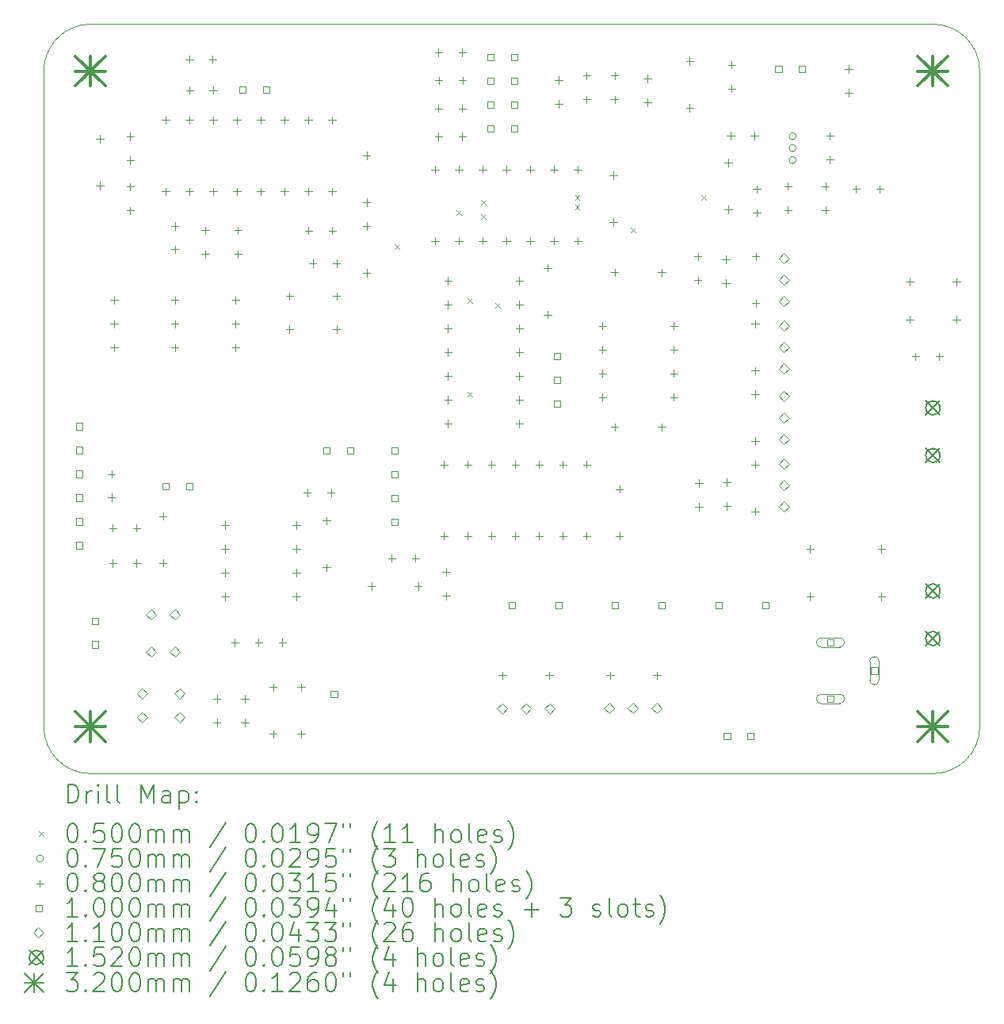
<source format=gbr>
%TF.GenerationSoftware,KiCad,Pcbnew,9.0.1*%
%TF.CreationDate,2025-05-04T12:18:20+03:30*%
%TF.ProjectId,sstc-v3,73737463-2d76-4332-9e6b-696361645f70,rev?*%
%TF.SameCoordinates,Original*%
%TF.FileFunction,Drillmap*%
%TF.FilePolarity,Positive*%
%FSLAX45Y45*%
G04 Gerber Fmt 4.5, Leading zero omitted, Abs format (unit mm)*
G04 Created by KiCad (PCBNEW 9.0.1) date 2025-05-04 12:18:20*
%MOMM*%
%LPD*%
G01*
G04 APERTURE LIST*
%ADD10C,0.050000*%
%ADD11C,0.200000*%
%ADD12C,0.100000*%
%ADD13C,0.110000*%
%ADD14C,0.152000*%
%ADD15C,0.320000*%
G04 APERTURE END LIST*
D10*
X10700000Y-9200000D02*
X1700000Y-9200000D01*
X1200000Y-8700000D02*
X1200000Y-1700000D01*
X1700000Y-1200000D02*
X10700000Y-1200000D01*
X10700000Y-1200000D02*
G75*
G02*
X11200000Y-1700000I0J-500000D01*
G01*
X1200000Y-1700000D02*
G75*
G02*
X1700000Y-1200000I500000J0D01*
G01*
X1700000Y-9200000D02*
G75*
G02*
X1200000Y-8700000I0J500000D01*
G01*
X11200000Y-1700000D02*
X11200000Y-8700000D01*
X11200000Y-8700000D02*
G75*
G02*
X10700000Y-9200000I-500000J0D01*
G01*
D11*
D12*
X4950000Y-3550000D02*
X5000000Y-3600000D01*
X5000000Y-3550000D02*
X4950000Y-3600000D01*
X5609000Y-3184900D02*
X5659000Y-3234900D01*
X5659000Y-3184900D02*
X5609000Y-3234900D01*
X5725000Y-4125000D02*
X5775000Y-4175000D01*
X5775000Y-4125000D02*
X5725000Y-4175000D01*
X5725000Y-5125000D02*
X5775000Y-5175000D01*
X5775000Y-5125000D02*
X5725000Y-5175000D01*
X5875000Y-3075000D02*
X5925000Y-3125000D01*
X5925000Y-3075000D02*
X5875000Y-3125000D01*
X5875000Y-3225000D02*
X5925000Y-3275000D01*
X5925000Y-3225000D02*
X5875000Y-3275000D01*
X6025000Y-4175000D02*
X6075000Y-4225000D01*
X6075000Y-4175000D02*
X6025000Y-4225000D01*
X6875000Y-3025000D02*
X6925000Y-3075000D01*
X6925000Y-3025000D02*
X6875000Y-3075000D01*
X6875000Y-3125000D02*
X6925000Y-3175000D01*
X6925000Y-3125000D02*
X6875000Y-3175000D01*
X7475000Y-3375000D02*
X7525000Y-3425000D01*
X7525000Y-3375000D02*
X7475000Y-3425000D01*
X8225000Y-3025000D02*
X8275000Y-3075000D01*
X8275000Y-3025000D02*
X8225000Y-3075000D01*
X9237500Y-2396000D02*
G75*
G02*
X9162500Y-2396000I-37500J0D01*
G01*
X9162500Y-2396000D02*
G75*
G02*
X9237500Y-2396000I37500J0D01*
G01*
X9237500Y-2523000D02*
G75*
G02*
X9162500Y-2523000I-37500J0D01*
G01*
X9162500Y-2523000D02*
G75*
G02*
X9237500Y-2523000I37500J0D01*
G01*
X9237500Y-2650000D02*
G75*
G02*
X9162500Y-2650000I-37500J0D01*
G01*
X9162500Y-2650000D02*
G75*
G02*
X9237500Y-2650000I37500J0D01*
G01*
X1799500Y-2383500D02*
X1799500Y-2463500D01*
X1759500Y-2423500D02*
X1839500Y-2423500D01*
X1799500Y-2883500D02*
X1799500Y-2963500D01*
X1759500Y-2923500D02*
X1839500Y-2923500D01*
X1922250Y-5962000D02*
X1922250Y-6042000D01*
X1882250Y-6002000D02*
X1962250Y-6002000D01*
X1922250Y-6212000D02*
X1922250Y-6292000D01*
X1882250Y-6252000D02*
X1962250Y-6252000D01*
X1937750Y-6537000D02*
X1937750Y-6617000D01*
X1897750Y-6577000D02*
X1977750Y-6577000D01*
X1937750Y-6912000D02*
X1937750Y-6992000D01*
X1897750Y-6952000D02*
X1977750Y-6952000D01*
X1950000Y-4106000D02*
X1950000Y-4186000D01*
X1910000Y-4146000D02*
X1990000Y-4146000D01*
X1950000Y-4360000D02*
X1950000Y-4440000D01*
X1910000Y-4400000D02*
X1990000Y-4400000D01*
X1950000Y-4614000D02*
X1950000Y-4694000D01*
X1910000Y-4654000D02*
X1990000Y-4654000D01*
X2122500Y-2359500D02*
X2122500Y-2439500D01*
X2082500Y-2399500D02*
X2162500Y-2399500D01*
X2122500Y-2613500D02*
X2122500Y-2693500D01*
X2082500Y-2653500D02*
X2162500Y-2653500D01*
X2122500Y-2895500D02*
X2122500Y-2975500D01*
X2082500Y-2935500D02*
X2162500Y-2935500D01*
X2122500Y-3149500D02*
X2122500Y-3229500D01*
X2082500Y-3189500D02*
X2162500Y-3189500D01*
X2191750Y-6537000D02*
X2191750Y-6617000D01*
X2151750Y-6577000D02*
X2231750Y-6577000D01*
X2191750Y-6912000D02*
X2191750Y-6992000D01*
X2151750Y-6952000D02*
X2231750Y-6952000D01*
X2472250Y-6410000D02*
X2472250Y-6490000D01*
X2432250Y-6450000D02*
X2512250Y-6450000D01*
X2472250Y-6910000D02*
X2472250Y-6990000D01*
X2432250Y-6950000D02*
X2512250Y-6950000D01*
X2501500Y-2183500D02*
X2501500Y-2263500D01*
X2461500Y-2223500D02*
X2541500Y-2223500D01*
X2501500Y-2945500D02*
X2501500Y-3025500D01*
X2461500Y-2985500D02*
X2541500Y-2985500D01*
X2599500Y-3314500D02*
X2599500Y-3394500D01*
X2559500Y-3354500D02*
X2639500Y-3354500D01*
X2599500Y-3564500D02*
X2599500Y-3644500D01*
X2559500Y-3604500D02*
X2639500Y-3604500D01*
X2599500Y-4106000D02*
X2599500Y-4186000D01*
X2559500Y-4146000D02*
X2639500Y-4146000D01*
X2599500Y-4360000D02*
X2599500Y-4440000D01*
X2559500Y-4400000D02*
X2639500Y-4400000D01*
X2599500Y-4614000D02*
X2599500Y-4694000D01*
X2559500Y-4654000D02*
X2639500Y-4654000D01*
X2754500Y-1533500D02*
X2754500Y-1613500D01*
X2714500Y-1573500D02*
X2794500Y-1573500D01*
X2755500Y-2183500D02*
X2755500Y-2263500D01*
X2715500Y-2223500D02*
X2795500Y-2223500D01*
X2755500Y-2945500D02*
X2755500Y-3025500D01*
X2715500Y-2985500D02*
X2795500Y-2985500D01*
X2759500Y-1864000D02*
X2759500Y-1944000D01*
X2719500Y-1904000D02*
X2799500Y-1904000D01*
X2924500Y-3359500D02*
X2924500Y-3439500D01*
X2884500Y-3399500D02*
X2964500Y-3399500D01*
X2924500Y-3613500D02*
X2924500Y-3693500D01*
X2884500Y-3653500D02*
X2964500Y-3653500D01*
X3004500Y-1533500D02*
X3004500Y-1613500D01*
X2964500Y-1573500D02*
X3044500Y-1573500D01*
X3009500Y-1864000D02*
X3009500Y-1944000D01*
X2969500Y-1904000D02*
X3049500Y-1904000D01*
X3009500Y-2183500D02*
X3009500Y-2263500D01*
X2969500Y-2223500D02*
X3049500Y-2223500D01*
X3009500Y-2945500D02*
X3009500Y-3025500D01*
X2969500Y-2985500D02*
X3049500Y-2985500D01*
X3050000Y-8360000D02*
X3050000Y-8440000D01*
X3010000Y-8400000D02*
X3090000Y-8400000D01*
X3050000Y-8614000D02*
X3050000Y-8694000D01*
X3010000Y-8654000D02*
X3090000Y-8654000D01*
X3138000Y-6506000D02*
X3138000Y-6586000D01*
X3098000Y-6546000D02*
X3178000Y-6546000D01*
X3138000Y-6760000D02*
X3138000Y-6840000D01*
X3098000Y-6800000D02*
X3178000Y-6800000D01*
X3138000Y-7014000D02*
X3138000Y-7094000D01*
X3098000Y-7054000D02*
X3178000Y-7054000D01*
X3138000Y-7268000D02*
X3138000Y-7348000D01*
X3098000Y-7308000D02*
X3178000Y-7308000D01*
X3242000Y-7760000D02*
X3242000Y-7840000D01*
X3202000Y-7800000D02*
X3282000Y-7800000D01*
X3249500Y-4106000D02*
X3249500Y-4186000D01*
X3209500Y-4146000D02*
X3289500Y-4146000D01*
X3249500Y-4360000D02*
X3249500Y-4440000D01*
X3209500Y-4400000D02*
X3289500Y-4400000D01*
X3249500Y-4614000D02*
X3249500Y-4694000D01*
X3209500Y-4654000D02*
X3289500Y-4654000D01*
X3263500Y-2183500D02*
X3263500Y-2263500D01*
X3223500Y-2223500D02*
X3303500Y-2223500D01*
X3263500Y-2945500D02*
X3263500Y-3025500D01*
X3223500Y-2985500D02*
X3303500Y-2985500D01*
X3274500Y-3359500D02*
X3274500Y-3439500D01*
X3234500Y-3399500D02*
X3314500Y-3399500D01*
X3274500Y-3613500D02*
X3274500Y-3693500D01*
X3234500Y-3653500D02*
X3314500Y-3653500D01*
X3350000Y-8360000D02*
X3350000Y-8440000D01*
X3310000Y-8400000D02*
X3390000Y-8400000D01*
X3350000Y-8614000D02*
X3350000Y-8694000D01*
X3310000Y-8654000D02*
X3390000Y-8654000D01*
X3496000Y-7760000D02*
X3496000Y-7840000D01*
X3456000Y-7800000D02*
X3536000Y-7800000D01*
X3517500Y-2183500D02*
X3517500Y-2263500D01*
X3477500Y-2223500D02*
X3557500Y-2223500D01*
X3517500Y-2945500D02*
X3517500Y-3025500D01*
X3477500Y-2985500D02*
X3557500Y-2985500D01*
X3650000Y-8238000D02*
X3650000Y-8318000D01*
X3610000Y-8278000D02*
X3690000Y-8278000D01*
X3650000Y-8738000D02*
X3650000Y-8818000D01*
X3610000Y-8778000D02*
X3690000Y-8778000D01*
X3750000Y-7760000D02*
X3750000Y-7840000D01*
X3710000Y-7800000D02*
X3790000Y-7800000D01*
X3771500Y-2183500D02*
X3771500Y-2263500D01*
X3731500Y-2223500D02*
X3811500Y-2223500D01*
X3771500Y-2945500D02*
X3771500Y-3025500D01*
X3731500Y-2985500D02*
X3811500Y-2985500D01*
X3826500Y-4064000D02*
X3826500Y-4144000D01*
X3786500Y-4104000D02*
X3866500Y-4104000D01*
X3826500Y-4414000D02*
X3826500Y-4494000D01*
X3786500Y-4454000D02*
X3866500Y-4454000D01*
X3900000Y-6506000D02*
X3900000Y-6586000D01*
X3860000Y-6546000D02*
X3940000Y-6546000D01*
X3900000Y-6760000D02*
X3900000Y-6840000D01*
X3860000Y-6800000D02*
X3940000Y-6800000D01*
X3900000Y-7014000D02*
X3900000Y-7094000D01*
X3860000Y-7054000D02*
X3940000Y-7054000D01*
X3900000Y-7268000D02*
X3900000Y-7348000D01*
X3860000Y-7308000D02*
X3940000Y-7308000D01*
X3950000Y-8238000D02*
X3950000Y-8318000D01*
X3910000Y-8278000D02*
X3990000Y-8278000D01*
X3950000Y-8738000D02*
X3950000Y-8818000D01*
X3910000Y-8778000D02*
X3990000Y-8778000D01*
X4014000Y-6159000D02*
X4014000Y-6239000D01*
X3974000Y-6199000D02*
X4054000Y-6199000D01*
X4025500Y-2183500D02*
X4025500Y-2263500D01*
X3985500Y-2223500D02*
X4065500Y-2223500D01*
X4025500Y-2945500D02*
X4025500Y-3025500D01*
X3985500Y-2985500D02*
X4065500Y-2985500D01*
X4027500Y-3364000D02*
X4027500Y-3444000D01*
X3987500Y-3404000D02*
X4067500Y-3404000D01*
X4072500Y-3714000D02*
X4072500Y-3794000D01*
X4032500Y-3754000D02*
X4112500Y-3754000D01*
X4218500Y-6459000D02*
X4218500Y-6539000D01*
X4178500Y-6499000D02*
X4258500Y-6499000D01*
X4218500Y-6959000D02*
X4218500Y-7039000D01*
X4178500Y-6999000D02*
X4258500Y-6999000D01*
X4268000Y-6159000D02*
X4268000Y-6239000D01*
X4228000Y-6199000D02*
X4308000Y-6199000D01*
X4279500Y-2183500D02*
X4279500Y-2263500D01*
X4239500Y-2223500D02*
X4319500Y-2223500D01*
X4279500Y-2945500D02*
X4279500Y-3025500D01*
X4239500Y-2985500D02*
X4319500Y-2985500D01*
X4281500Y-3364000D02*
X4281500Y-3444000D01*
X4241500Y-3404000D02*
X4321500Y-3404000D01*
X4326500Y-3714000D02*
X4326500Y-3794000D01*
X4286500Y-3754000D02*
X4366500Y-3754000D01*
X4326500Y-4064000D02*
X4326500Y-4144000D01*
X4286500Y-4104000D02*
X4366500Y-4104000D01*
X4326500Y-4414000D02*
X4326500Y-4494000D01*
X4286500Y-4454000D02*
X4366500Y-4454000D01*
X4649500Y-2560000D02*
X4649500Y-2640000D01*
X4609500Y-2600000D02*
X4689500Y-2600000D01*
X4649500Y-3060000D02*
X4649500Y-3140000D01*
X4609500Y-3100000D02*
X4689500Y-3100000D01*
X4649500Y-3315000D02*
X4649500Y-3395000D01*
X4609500Y-3355000D02*
X4689500Y-3355000D01*
X4649500Y-3815000D02*
X4649500Y-3895000D01*
X4609500Y-3855000D02*
X4689500Y-3855000D01*
X4700000Y-7160000D02*
X4700000Y-7240000D01*
X4660000Y-7200000D02*
X4740000Y-7200000D01*
X4916500Y-6860000D02*
X4916500Y-6940000D01*
X4876500Y-6900000D02*
X4956500Y-6900000D01*
X5170500Y-6860000D02*
X5170500Y-6940000D01*
X5130500Y-6900000D02*
X5210500Y-6900000D01*
X5200000Y-7160000D02*
X5200000Y-7240000D01*
X5160000Y-7200000D02*
X5240000Y-7200000D01*
X5380000Y-2710000D02*
X5380000Y-2790000D01*
X5340000Y-2750000D02*
X5420000Y-2750000D01*
X5380000Y-3472000D02*
X5380000Y-3552000D01*
X5340000Y-3512000D02*
X5420000Y-3512000D01*
X5418000Y-1460000D02*
X5418000Y-1540000D01*
X5378000Y-1500000D02*
X5458000Y-1500000D01*
X5418000Y-2060000D02*
X5418000Y-2140000D01*
X5378000Y-2100000D02*
X5458000Y-2100000D01*
X5418000Y-2360000D02*
X5418000Y-2440000D01*
X5378000Y-2400000D02*
X5458000Y-2400000D01*
X5418500Y-1760000D02*
X5418500Y-1840000D01*
X5378500Y-1800000D02*
X5458500Y-1800000D01*
X5476000Y-5860000D02*
X5476000Y-5940000D01*
X5436000Y-5900000D02*
X5516000Y-5900000D01*
X5476000Y-6622000D02*
X5476000Y-6702000D01*
X5436000Y-6662000D02*
X5516000Y-6662000D01*
X5500000Y-7010500D02*
X5500000Y-7090500D01*
X5460000Y-7050500D02*
X5540000Y-7050500D01*
X5500000Y-7264500D02*
X5500000Y-7344500D01*
X5460000Y-7304500D02*
X5540000Y-7304500D01*
X5519500Y-3898000D02*
X5519500Y-3978000D01*
X5479500Y-3938000D02*
X5559500Y-3938000D01*
X5519500Y-4152000D02*
X5519500Y-4232000D01*
X5479500Y-4192000D02*
X5559500Y-4192000D01*
X5519500Y-4406000D02*
X5519500Y-4486000D01*
X5479500Y-4446000D02*
X5559500Y-4446000D01*
X5519500Y-4660000D02*
X5519500Y-4740000D01*
X5479500Y-4700000D02*
X5559500Y-4700000D01*
X5519500Y-4914000D02*
X5519500Y-4994000D01*
X5479500Y-4954000D02*
X5559500Y-4954000D01*
X5519500Y-5168000D02*
X5519500Y-5248000D01*
X5479500Y-5208000D02*
X5559500Y-5208000D01*
X5519500Y-5422000D02*
X5519500Y-5502000D01*
X5479500Y-5462000D02*
X5559500Y-5462000D01*
X5634000Y-2710000D02*
X5634000Y-2790000D01*
X5594000Y-2750000D02*
X5674000Y-2750000D01*
X5634000Y-3472000D02*
X5634000Y-3552000D01*
X5594000Y-3512000D02*
X5674000Y-3512000D01*
X5672000Y-1460000D02*
X5672000Y-1540000D01*
X5632000Y-1500000D02*
X5712000Y-1500000D01*
X5672000Y-2060000D02*
X5672000Y-2140000D01*
X5632000Y-2100000D02*
X5712000Y-2100000D01*
X5672000Y-2360000D02*
X5672000Y-2440000D01*
X5632000Y-2400000D02*
X5712000Y-2400000D01*
X5672500Y-1760000D02*
X5672500Y-1840000D01*
X5632500Y-1800000D02*
X5712500Y-1800000D01*
X5730000Y-5860000D02*
X5730000Y-5940000D01*
X5690000Y-5900000D02*
X5770000Y-5900000D01*
X5730000Y-6622000D02*
X5730000Y-6702000D01*
X5690000Y-6662000D02*
X5770000Y-6662000D01*
X5888000Y-2710000D02*
X5888000Y-2790000D01*
X5848000Y-2750000D02*
X5928000Y-2750000D01*
X5888000Y-3472000D02*
X5888000Y-3552000D01*
X5848000Y-3512000D02*
X5928000Y-3512000D01*
X5984000Y-5860000D02*
X5984000Y-5940000D01*
X5944000Y-5900000D02*
X6024000Y-5900000D01*
X5984000Y-6622000D02*
X5984000Y-6702000D01*
X5944000Y-6662000D02*
X6024000Y-6662000D01*
X6100000Y-8110000D02*
X6100000Y-8190000D01*
X6060000Y-8150000D02*
X6140000Y-8150000D01*
X6142000Y-2710000D02*
X6142000Y-2790000D01*
X6102000Y-2750000D02*
X6182000Y-2750000D01*
X6142000Y-3472000D02*
X6142000Y-3552000D01*
X6102000Y-3512000D02*
X6182000Y-3512000D01*
X6238000Y-5860000D02*
X6238000Y-5940000D01*
X6198000Y-5900000D02*
X6278000Y-5900000D01*
X6238000Y-6622000D02*
X6238000Y-6702000D01*
X6198000Y-6662000D02*
X6278000Y-6662000D01*
X6281500Y-3898000D02*
X6281500Y-3978000D01*
X6241500Y-3938000D02*
X6321500Y-3938000D01*
X6281500Y-4152000D02*
X6281500Y-4232000D01*
X6241500Y-4192000D02*
X6321500Y-4192000D01*
X6281500Y-4406000D02*
X6281500Y-4486000D01*
X6241500Y-4446000D02*
X6321500Y-4446000D01*
X6281500Y-4660000D02*
X6281500Y-4740000D01*
X6241500Y-4700000D02*
X6321500Y-4700000D01*
X6281500Y-4914000D02*
X6281500Y-4994000D01*
X6241500Y-4954000D02*
X6321500Y-4954000D01*
X6281500Y-5168000D02*
X6281500Y-5248000D01*
X6241500Y-5208000D02*
X6321500Y-5208000D01*
X6281500Y-5422000D02*
X6281500Y-5502000D01*
X6241500Y-5462000D02*
X6321500Y-5462000D01*
X6396000Y-2710000D02*
X6396000Y-2790000D01*
X6356000Y-2750000D02*
X6436000Y-2750000D01*
X6396000Y-3472000D02*
X6396000Y-3552000D01*
X6356000Y-3512000D02*
X6436000Y-3512000D01*
X6492000Y-5860000D02*
X6492000Y-5940000D01*
X6452000Y-5900000D02*
X6532000Y-5900000D01*
X6492000Y-6622000D02*
X6492000Y-6702000D01*
X6452000Y-6662000D02*
X6532000Y-6662000D01*
X6581500Y-3760000D02*
X6581500Y-3840000D01*
X6541500Y-3800000D02*
X6621500Y-3800000D01*
X6581500Y-4260000D02*
X6581500Y-4340000D01*
X6541500Y-4300000D02*
X6621500Y-4300000D01*
X6600000Y-8110000D02*
X6600000Y-8190000D01*
X6560000Y-8150000D02*
X6640000Y-8150000D01*
X6650000Y-2710000D02*
X6650000Y-2790000D01*
X6610000Y-2750000D02*
X6690000Y-2750000D01*
X6650000Y-3472000D02*
X6650000Y-3552000D01*
X6610000Y-3512000D02*
X6690000Y-3512000D01*
X6700000Y-1755500D02*
X6700000Y-1835500D01*
X6660000Y-1795500D02*
X6740000Y-1795500D01*
X6700000Y-2009500D02*
X6700000Y-2089500D01*
X6660000Y-2049500D02*
X6740000Y-2049500D01*
X6746000Y-5860000D02*
X6746000Y-5940000D01*
X6706000Y-5900000D02*
X6786000Y-5900000D01*
X6746000Y-6622000D02*
X6746000Y-6702000D01*
X6706000Y-6662000D02*
X6786000Y-6662000D01*
X6904000Y-2710000D02*
X6904000Y-2790000D01*
X6864000Y-2750000D02*
X6944000Y-2750000D01*
X6904000Y-3472000D02*
X6904000Y-3552000D01*
X6864000Y-3512000D02*
X6944000Y-3512000D01*
X7000000Y-1710500D02*
X7000000Y-1790500D01*
X6960000Y-1750500D02*
X7040000Y-1750500D01*
X7000000Y-1964500D02*
X7000000Y-2044500D01*
X6960000Y-2004500D02*
X7040000Y-2004500D01*
X7000000Y-5860000D02*
X7000000Y-5940000D01*
X6960000Y-5900000D02*
X7040000Y-5900000D01*
X7000000Y-6622000D02*
X7000000Y-6702000D01*
X6960000Y-6662000D02*
X7040000Y-6662000D01*
X7169500Y-4379000D02*
X7169500Y-4459000D01*
X7129500Y-4419000D02*
X7209500Y-4419000D01*
X7169500Y-4633000D02*
X7169500Y-4713000D01*
X7129500Y-4673000D02*
X7209500Y-4673000D01*
X7169500Y-4887000D02*
X7169500Y-4967000D01*
X7129500Y-4927000D02*
X7209500Y-4927000D01*
X7169500Y-5141000D02*
X7169500Y-5221000D01*
X7129500Y-5181000D02*
X7209500Y-5181000D01*
X7250000Y-8110000D02*
X7250000Y-8190000D01*
X7210000Y-8150000D02*
X7290000Y-8150000D01*
X7284000Y-2772000D02*
X7284000Y-2852000D01*
X7244000Y-2812000D02*
X7324000Y-2812000D01*
X7284000Y-3272000D02*
X7284000Y-3352000D01*
X7244000Y-3312000D02*
X7324000Y-3312000D01*
X7300000Y-1710500D02*
X7300000Y-1790500D01*
X7260000Y-1750500D02*
X7340000Y-1750500D01*
X7300000Y-1964500D02*
X7300000Y-2044500D01*
X7260000Y-2004500D02*
X7340000Y-2004500D01*
X7300000Y-3810000D02*
X7300000Y-3890000D01*
X7260000Y-3850000D02*
X7340000Y-3850000D01*
X7300000Y-5460000D02*
X7300000Y-5540000D01*
X7260000Y-5500000D02*
X7340000Y-5500000D01*
X7350000Y-6122000D02*
X7350000Y-6202000D01*
X7310000Y-6162000D02*
X7390000Y-6162000D01*
X7350000Y-6622000D02*
X7350000Y-6702000D01*
X7310000Y-6662000D02*
X7390000Y-6662000D01*
X7650000Y-1741637D02*
X7650000Y-1821637D01*
X7610000Y-1781637D02*
X7690000Y-1781637D01*
X7650000Y-1995637D02*
X7650000Y-2075637D01*
X7610000Y-2035637D02*
X7690000Y-2035637D01*
X7750000Y-8110000D02*
X7750000Y-8190000D01*
X7710000Y-8150000D02*
X7790000Y-8150000D01*
X7800000Y-3810000D02*
X7800000Y-3890000D01*
X7760000Y-3850000D02*
X7840000Y-3850000D01*
X7800000Y-5460000D02*
X7800000Y-5540000D01*
X7760000Y-5500000D02*
X7840000Y-5500000D01*
X7931500Y-4379000D02*
X7931500Y-4459000D01*
X7891500Y-4419000D02*
X7971500Y-4419000D01*
X7931500Y-4633000D02*
X7931500Y-4713000D01*
X7891500Y-4673000D02*
X7971500Y-4673000D01*
X7931500Y-4887000D02*
X7931500Y-4967000D01*
X7891500Y-4927000D02*
X7971500Y-4927000D01*
X7931500Y-5141000D02*
X7931500Y-5221000D01*
X7891500Y-5181000D02*
X7971500Y-5181000D01*
X8100000Y-1555500D02*
X8100000Y-1635500D01*
X8060000Y-1595500D02*
X8140000Y-1595500D01*
X8100000Y-2055500D02*
X8100000Y-2135500D01*
X8060000Y-2095500D02*
X8140000Y-2095500D01*
X8188167Y-3640000D02*
X8188167Y-3720000D01*
X8148167Y-3680000D02*
X8228167Y-3680000D01*
X8188167Y-3894000D02*
X8188167Y-3974000D01*
X8148167Y-3934000D02*
X8228167Y-3934000D01*
X8200000Y-6060000D02*
X8200000Y-6140000D01*
X8160000Y-6100000D02*
X8240000Y-6100000D01*
X8200000Y-6314000D02*
X8200000Y-6394000D01*
X8160000Y-6354000D02*
X8240000Y-6354000D01*
X8488167Y-3671137D02*
X8488167Y-3751137D01*
X8448167Y-3711137D02*
X8528167Y-3711137D01*
X8488167Y-3925137D02*
X8488167Y-4005137D01*
X8448167Y-3965137D02*
X8528167Y-3965137D01*
X8500000Y-6048569D02*
X8500000Y-6128569D01*
X8460000Y-6088569D02*
X8540000Y-6088569D01*
X8500000Y-6302569D02*
X8500000Y-6382569D01*
X8460000Y-6342569D02*
X8540000Y-6342569D01*
X8514500Y-2639069D02*
X8514500Y-2719069D01*
X8474500Y-2679069D02*
X8554500Y-2679069D01*
X8514500Y-3139068D02*
X8514500Y-3219068D01*
X8474500Y-3179068D02*
X8554500Y-3179068D01*
X8539500Y-2351500D02*
X8539500Y-2431500D01*
X8499500Y-2391500D02*
X8579500Y-2391500D01*
X8550000Y-1593000D02*
X8550000Y-1673000D01*
X8510000Y-1633000D02*
X8590000Y-1633000D01*
X8550000Y-1847000D02*
X8550000Y-1927000D01*
X8510000Y-1887000D02*
X8590000Y-1887000D01*
X8793500Y-2351500D02*
X8793500Y-2431500D01*
X8753500Y-2391500D02*
X8833500Y-2391500D01*
X8800000Y-4360000D02*
X8800000Y-4440000D01*
X8760000Y-4400000D02*
X8840000Y-4400000D01*
X8800000Y-4860000D02*
X8800000Y-4940000D01*
X8760000Y-4900000D02*
X8840000Y-4900000D01*
X8800000Y-5110000D02*
X8800000Y-5190000D01*
X8760000Y-5150000D02*
X8840000Y-5150000D01*
X8800000Y-5610000D02*
X8800000Y-5690000D01*
X8760000Y-5650000D02*
X8840000Y-5650000D01*
X8800000Y-5860000D02*
X8800000Y-5940000D01*
X8760000Y-5900000D02*
X8840000Y-5900000D01*
X8800000Y-6360000D02*
X8800000Y-6440000D01*
X8760000Y-6400000D02*
X8840000Y-6400000D01*
X8806667Y-3640000D02*
X8806667Y-3720000D01*
X8766667Y-3680000D02*
X8846667Y-3680000D01*
X8806667Y-4140000D02*
X8806667Y-4220000D01*
X8766667Y-4180000D02*
X8846667Y-4180000D01*
X8819500Y-2920206D02*
X8819500Y-3000206D01*
X8779500Y-2960206D02*
X8859500Y-2960206D01*
X8819500Y-3174206D02*
X8819500Y-3254206D01*
X8779500Y-3214206D02*
X8859500Y-3214206D01*
X9150500Y-2889068D02*
X9150500Y-2969068D01*
X9110500Y-2929068D02*
X9190500Y-2929068D01*
X9150500Y-3143068D02*
X9150500Y-3223068D01*
X9110500Y-3183068D02*
X9190500Y-3183068D01*
X9388000Y-6760000D02*
X9388000Y-6840000D01*
X9348000Y-6800000D02*
X9428000Y-6800000D01*
X9388000Y-7268000D02*
X9388000Y-7348000D01*
X9348000Y-7308000D02*
X9428000Y-7308000D01*
X9550500Y-2889068D02*
X9550500Y-2969068D01*
X9510500Y-2929068D02*
X9590500Y-2929068D01*
X9550500Y-3143068D02*
X9550500Y-3223068D01*
X9510500Y-3183068D02*
X9590500Y-3183068D01*
X9600000Y-2352000D02*
X9600000Y-2432000D01*
X9560000Y-2392000D02*
X9640000Y-2392000D01*
X9600000Y-2606000D02*
X9600000Y-2686000D01*
X9560000Y-2646000D02*
X9640000Y-2646000D01*
X9800000Y-1638000D02*
X9800000Y-1718000D01*
X9760000Y-1678000D02*
X9840000Y-1678000D01*
X9800000Y-1892000D02*
X9800000Y-1972000D01*
X9760000Y-1932000D02*
X9840000Y-1932000D01*
X9879069Y-2920206D02*
X9879069Y-3000206D01*
X9839069Y-2960206D02*
X9919069Y-2960206D01*
X10133069Y-2920206D02*
X10133069Y-3000206D01*
X10093069Y-2960206D02*
X10173069Y-2960206D01*
X10150000Y-6760000D02*
X10150000Y-6840000D01*
X10110000Y-6800000D02*
X10190000Y-6800000D01*
X10150000Y-7268000D02*
X10150000Y-7348000D01*
X10110000Y-7308000D02*
X10190000Y-7308000D01*
X10450000Y-3910000D02*
X10450000Y-3990000D01*
X10410000Y-3950000D02*
X10490000Y-3950000D01*
X10450000Y-4310000D02*
X10450000Y-4390000D01*
X10410000Y-4350000D02*
X10490000Y-4350000D01*
X10513000Y-4706000D02*
X10513000Y-4786000D01*
X10473000Y-4746000D02*
X10553000Y-4746000D01*
X10767000Y-4706000D02*
X10767000Y-4786000D01*
X10727000Y-4746000D02*
X10807000Y-4746000D01*
X10950000Y-3910000D02*
X10950000Y-3990000D01*
X10910000Y-3950000D02*
X10990000Y-3950000D01*
X10950000Y-4310000D02*
X10950000Y-4390000D01*
X10910000Y-4350000D02*
X10990000Y-4350000D01*
X1615106Y-5527356D02*
X1615106Y-5456644D01*
X1544394Y-5456644D01*
X1544394Y-5527356D01*
X1615106Y-5527356D01*
X1615106Y-5781356D02*
X1615106Y-5710644D01*
X1544394Y-5710644D01*
X1544394Y-5781356D01*
X1615106Y-5781356D01*
X1615106Y-6035356D02*
X1615106Y-5964644D01*
X1544394Y-5964644D01*
X1544394Y-6035356D01*
X1615106Y-6035356D01*
X1615106Y-6289356D02*
X1615106Y-6218644D01*
X1544394Y-6218644D01*
X1544394Y-6289356D01*
X1615106Y-6289356D01*
X1615106Y-6543356D02*
X1615106Y-6472644D01*
X1544394Y-6472644D01*
X1544394Y-6543356D01*
X1615106Y-6543356D01*
X1615106Y-6797356D02*
X1615106Y-6726644D01*
X1544394Y-6726644D01*
X1544394Y-6797356D01*
X1615106Y-6797356D01*
X1785356Y-7607356D02*
X1785356Y-7536644D01*
X1714644Y-7536644D01*
X1714644Y-7607356D01*
X1785356Y-7607356D01*
X1785356Y-7857356D02*
X1785356Y-7786644D01*
X1714644Y-7786644D01*
X1714644Y-7857356D01*
X1785356Y-7857356D01*
X2535356Y-6165856D02*
X2535356Y-6095144D01*
X2464644Y-6095144D01*
X2464644Y-6165856D01*
X2535356Y-6165856D01*
X2789356Y-6165856D02*
X2789356Y-6095144D01*
X2718644Y-6095144D01*
X2718644Y-6165856D01*
X2789356Y-6165856D01*
X3358856Y-1935356D02*
X3358856Y-1864644D01*
X3288144Y-1864644D01*
X3288144Y-1935356D01*
X3358856Y-1935356D01*
X3612856Y-1935356D02*
X3612856Y-1864644D01*
X3542144Y-1864644D01*
X3542144Y-1935356D01*
X3612856Y-1935356D01*
X4257856Y-5785356D02*
X4257856Y-5714644D01*
X4187144Y-5714644D01*
X4187144Y-5785356D01*
X4257856Y-5785356D01*
X4335356Y-8385356D02*
X4335356Y-8314644D01*
X4264644Y-8314644D01*
X4264644Y-8385356D01*
X4335356Y-8385356D01*
X4511856Y-5785356D02*
X4511856Y-5714644D01*
X4441144Y-5714644D01*
X4441144Y-5785356D01*
X4511856Y-5785356D01*
X4985356Y-5785356D02*
X4985356Y-5714644D01*
X4914644Y-5714644D01*
X4914644Y-5785356D01*
X4985356Y-5785356D01*
X4985356Y-6039356D02*
X4985356Y-5968644D01*
X4914644Y-5968644D01*
X4914644Y-6039356D01*
X4985356Y-6039356D01*
X4985356Y-6293356D02*
X4985356Y-6222644D01*
X4914644Y-6222644D01*
X4914644Y-6293356D01*
X4985356Y-6293356D01*
X4985356Y-6547356D02*
X4985356Y-6476644D01*
X4914644Y-6476644D01*
X4914644Y-6547356D01*
X4985356Y-6547356D01*
X6007856Y-1585356D02*
X6007856Y-1514644D01*
X5937144Y-1514644D01*
X5937144Y-1585356D01*
X6007856Y-1585356D01*
X6007856Y-1839356D02*
X6007856Y-1768644D01*
X5937144Y-1768644D01*
X5937144Y-1839356D01*
X6007856Y-1839356D01*
X6007856Y-2093356D02*
X6007856Y-2022644D01*
X5937144Y-2022644D01*
X5937144Y-2093356D01*
X6007856Y-2093356D01*
X6007856Y-2347356D02*
X6007856Y-2276644D01*
X5937144Y-2276644D01*
X5937144Y-2347356D01*
X6007856Y-2347356D01*
X6235356Y-7435356D02*
X6235356Y-7364644D01*
X6164644Y-7364644D01*
X6164644Y-7435356D01*
X6235356Y-7435356D01*
X6261856Y-1585356D02*
X6261856Y-1514644D01*
X6191144Y-1514644D01*
X6191144Y-1585356D01*
X6261856Y-1585356D01*
X6261856Y-1839356D02*
X6261856Y-1768644D01*
X6191144Y-1768644D01*
X6191144Y-1839356D01*
X6261856Y-1839356D01*
X6261856Y-2093356D02*
X6261856Y-2022644D01*
X6191144Y-2022644D01*
X6191144Y-2093356D01*
X6261856Y-2093356D01*
X6261856Y-2347356D02*
X6261856Y-2276644D01*
X6191144Y-2276644D01*
X6191144Y-2347356D01*
X6261856Y-2347356D01*
X6716856Y-4777356D02*
X6716856Y-4706644D01*
X6646144Y-4706644D01*
X6646144Y-4777356D01*
X6716856Y-4777356D01*
X6716856Y-5031356D02*
X6716856Y-4960644D01*
X6646144Y-4960644D01*
X6646144Y-5031356D01*
X6716856Y-5031356D01*
X6716856Y-5285356D02*
X6716856Y-5214644D01*
X6646144Y-5214644D01*
X6646144Y-5285356D01*
X6716856Y-5285356D01*
X6735356Y-7435356D02*
X6735356Y-7364644D01*
X6664644Y-7364644D01*
X6664644Y-7435356D01*
X6735356Y-7435356D01*
X7335356Y-7435356D02*
X7335356Y-7364644D01*
X7264644Y-7364644D01*
X7264644Y-7435356D01*
X7335356Y-7435356D01*
X7835356Y-7435356D02*
X7835356Y-7364644D01*
X7764644Y-7364644D01*
X7764644Y-7435356D01*
X7835356Y-7435356D01*
X8448588Y-7435356D02*
X8448588Y-7364644D01*
X8377877Y-7364644D01*
X8377877Y-7435356D01*
X8448588Y-7435356D01*
X8535356Y-8832856D02*
X8535356Y-8762144D01*
X8464644Y-8762144D01*
X8464644Y-8832856D01*
X8535356Y-8832856D01*
X8785356Y-8832856D02*
X8785356Y-8762144D01*
X8714644Y-8762144D01*
X8714644Y-8832856D01*
X8785356Y-8832856D01*
X8948588Y-7435356D02*
X8948588Y-7364644D01*
X8877877Y-7364644D01*
X8877877Y-7435356D01*
X8948588Y-7435356D01*
X9085356Y-1713356D02*
X9085356Y-1642644D01*
X9014644Y-1642644D01*
X9014644Y-1713356D01*
X9085356Y-1713356D01*
X9335356Y-1713356D02*
X9335356Y-1642644D01*
X9264644Y-1642644D01*
X9264644Y-1713356D01*
X9335356Y-1713356D01*
X9639606Y-7835356D02*
X9639606Y-7764644D01*
X9568894Y-7764644D01*
X9568894Y-7835356D01*
X9639606Y-7835356D01*
X9504250Y-7850000D02*
X9704250Y-7850000D01*
X9704250Y-7750000D02*
G75*
G02*
X9704250Y-7850000I0J-50000D01*
G01*
X9704250Y-7750000D02*
X9504250Y-7750000D01*
X9504250Y-7750000D02*
G75*
G03*
X9504250Y-7850000I0J-50000D01*
G01*
X9639606Y-8435356D02*
X9639606Y-8364644D01*
X9568894Y-8364644D01*
X9568894Y-8435356D01*
X9639606Y-8435356D01*
X9504250Y-8450000D02*
X9704250Y-8450000D01*
X9704250Y-8350000D02*
G75*
G02*
X9704250Y-8450000I0J-50000D01*
G01*
X9704250Y-8350000D02*
X9504250Y-8350000D01*
X9504250Y-8350000D02*
G75*
G03*
X9504250Y-8450000I0J-50000D01*
G01*
X10109606Y-8135356D02*
X10109606Y-8064644D01*
X10038894Y-8064644D01*
X10038894Y-8135356D01*
X10109606Y-8135356D01*
X10124250Y-8200000D02*
X10124250Y-8000000D01*
X10024250Y-8000000D02*
G75*
G02*
X10124250Y-8000000I50000J0D01*
G01*
X10024250Y-8000000D02*
X10024250Y-8200000D01*
X10024250Y-8200000D02*
G75*
G03*
X10124250Y-8200000I50000J0D01*
G01*
D13*
X2250000Y-8397823D02*
X2305000Y-8342823D01*
X2250000Y-8287823D01*
X2195000Y-8342823D01*
X2250000Y-8397823D01*
X2250000Y-8651823D02*
X2305000Y-8596823D01*
X2250000Y-8541823D01*
X2195000Y-8596823D01*
X2250000Y-8651823D01*
X2346000Y-7555000D02*
X2401000Y-7500000D01*
X2346000Y-7445000D01*
X2291000Y-7500000D01*
X2346000Y-7555000D01*
X2346000Y-7955000D02*
X2401000Y-7900000D01*
X2346000Y-7845000D01*
X2291000Y-7900000D01*
X2346000Y-7955000D01*
X2600000Y-7555000D02*
X2655000Y-7500000D01*
X2600000Y-7445000D01*
X2545000Y-7500000D01*
X2600000Y-7555000D01*
X2600000Y-7955000D02*
X2655000Y-7900000D01*
X2600000Y-7845000D01*
X2545000Y-7900000D01*
X2600000Y-7955000D01*
X2650000Y-8397823D02*
X2705000Y-8342823D01*
X2650000Y-8287823D01*
X2595000Y-8342823D01*
X2650000Y-8397823D01*
X2650000Y-8651823D02*
X2705000Y-8596823D01*
X2650000Y-8541823D01*
X2595000Y-8596823D01*
X2650000Y-8651823D01*
X6096000Y-8560500D02*
X6151000Y-8505500D01*
X6096000Y-8450500D01*
X6041000Y-8505500D01*
X6096000Y-8560500D01*
X6350000Y-8560500D02*
X6405000Y-8505500D01*
X6350000Y-8450500D01*
X6295000Y-8505500D01*
X6350000Y-8560500D01*
X6604000Y-8560500D02*
X6659000Y-8505500D01*
X6604000Y-8450500D01*
X6549000Y-8505500D01*
X6604000Y-8560500D01*
X7242000Y-8555000D02*
X7297000Y-8500000D01*
X7242000Y-8445000D01*
X7187000Y-8500000D01*
X7242000Y-8555000D01*
X7496000Y-8555000D02*
X7551000Y-8500000D01*
X7496000Y-8445000D01*
X7441000Y-8500000D01*
X7496000Y-8555000D01*
X7750000Y-8555000D02*
X7805000Y-8500000D01*
X7750000Y-8445000D01*
X7695000Y-8500000D01*
X7750000Y-8555000D01*
X9106667Y-3755000D02*
X9161667Y-3700000D01*
X9106667Y-3645000D01*
X9051667Y-3700000D01*
X9106667Y-3755000D01*
X9106667Y-3984000D02*
X9161667Y-3929000D01*
X9106667Y-3874000D01*
X9051667Y-3929000D01*
X9106667Y-3984000D01*
X9106667Y-4213000D02*
X9161667Y-4158000D01*
X9106667Y-4103000D01*
X9051667Y-4158000D01*
X9106667Y-4213000D01*
X9106667Y-4476000D02*
X9161667Y-4421000D01*
X9106667Y-4366000D01*
X9051667Y-4421000D01*
X9106667Y-4476000D01*
X9106667Y-4705000D02*
X9161667Y-4650000D01*
X9106667Y-4595000D01*
X9051667Y-4650000D01*
X9106667Y-4705000D01*
X9106667Y-4934000D02*
X9161667Y-4879000D01*
X9106667Y-4824000D01*
X9051667Y-4879000D01*
X9106667Y-4934000D01*
X9106667Y-5226000D02*
X9161667Y-5171000D01*
X9106667Y-5116000D01*
X9051667Y-5171000D01*
X9106667Y-5226000D01*
X9106667Y-5455000D02*
X9161667Y-5400000D01*
X9106667Y-5345000D01*
X9051667Y-5400000D01*
X9106667Y-5455000D01*
X9106667Y-5684000D02*
X9161667Y-5629000D01*
X9106667Y-5574000D01*
X9051667Y-5629000D01*
X9106667Y-5684000D01*
X9106667Y-5947000D02*
X9161667Y-5892000D01*
X9106667Y-5837000D01*
X9051667Y-5892000D01*
X9106667Y-5947000D01*
X9106667Y-6176000D02*
X9161667Y-6121000D01*
X9106667Y-6066000D01*
X9051667Y-6121000D01*
X9106667Y-6176000D01*
X9106667Y-6405000D02*
X9161667Y-6350000D01*
X9106667Y-6295000D01*
X9051667Y-6350000D01*
X9106667Y-6405000D01*
D14*
X10624000Y-5220000D02*
X10776000Y-5372000D01*
X10776000Y-5220000D02*
X10624000Y-5372000D01*
X10776000Y-5296000D02*
G75*
G02*
X10624000Y-5296000I-76000J0D01*
G01*
X10624000Y-5296000D02*
G75*
G02*
X10776000Y-5296000I76000J0D01*
G01*
X10624000Y-5728000D02*
X10776000Y-5880000D01*
X10776000Y-5728000D02*
X10624000Y-5880000D01*
X10776000Y-5804000D02*
G75*
G02*
X10624000Y-5804000I-76000J0D01*
G01*
X10624000Y-5804000D02*
G75*
G02*
X10776000Y-5804000I76000J0D01*
G01*
X10624000Y-7174000D02*
X10776000Y-7326000D01*
X10776000Y-7174000D02*
X10624000Y-7326000D01*
X10776000Y-7250000D02*
G75*
G02*
X10624000Y-7250000I-76000J0D01*
G01*
X10624000Y-7250000D02*
G75*
G02*
X10776000Y-7250000I76000J0D01*
G01*
X10624000Y-7682000D02*
X10776000Y-7834000D01*
X10776000Y-7682000D02*
X10624000Y-7834000D01*
X10776000Y-7758000D02*
G75*
G02*
X10624000Y-7758000I-76000J0D01*
G01*
X10624000Y-7758000D02*
G75*
G02*
X10776000Y-7758000I76000J0D01*
G01*
D15*
X1540000Y-1540000D02*
X1860000Y-1860000D01*
X1860000Y-1540000D02*
X1540000Y-1860000D01*
X1700000Y-1540000D02*
X1700000Y-1860000D01*
X1540000Y-1700000D02*
X1860000Y-1700000D01*
X1540000Y-8540000D02*
X1860000Y-8860000D01*
X1860000Y-8540000D02*
X1540000Y-8860000D01*
X1700000Y-8540000D02*
X1700000Y-8860000D01*
X1540000Y-8700000D02*
X1860000Y-8700000D01*
X10540000Y-1540000D02*
X10860000Y-1860000D01*
X10860000Y-1540000D02*
X10540000Y-1860000D01*
X10700000Y-1540000D02*
X10700000Y-1860000D01*
X10540000Y-1700000D02*
X10860000Y-1700000D01*
X10540000Y-8540000D02*
X10860000Y-8860000D01*
X10860000Y-8540000D02*
X10540000Y-8860000D01*
X10700000Y-8540000D02*
X10700000Y-8860000D01*
X10540000Y-8700000D02*
X10860000Y-8700000D01*
D11*
X1458277Y-9513984D02*
X1458277Y-9313984D01*
X1458277Y-9313984D02*
X1505896Y-9313984D01*
X1505896Y-9313984D02*
X1534467Y-9323508D01*
X1534467Y-9323508D02*
X1553515Y-9342555D01*
X1553515Y-9342555D02*
X1563039Y-9361603D01*
X1563039Y-9361603D02*
X1572562Y-9399698D01*
X1572562Y-9399698D02*
X1572562Y-9428270D01*
X1572562Y-9428270D02*
X1563039Y-9466365D01*
X1563039Y-9466365D02*
X1553515Y-9485412D01*
X1553515Y-9485412D02*
X1534467Y-9504460D01*
X1534467Y-9504460D02*
X1505896Y-9513984D01*
X1505896Y-9513984D02*
X1458277Y-9513984D01*
X1658277Y-9513984D02*
X1658277Y-9380650D01*
X1658277Y-9418746D02*
X1667801Y-9399698D01*
X1667801Y-9399698D02*
X1677324Y-9390174D01*
X1677324Y-9390174D02*
X1696372Y-9380650D01*
X1696372Y-9380650D02*
X1715420Y-9380650D01*
X1782086Y-9513984D02*
X1782086Y-9380650D01*
X1782086Y-9313984D02*
X1772562Y-9323508D01*
X1772562Y-9323508D02*
X1782086Y-9333031D01*
X1782086Y-9333031D02*
X1791610Y-9323508D01*
X1791610Y-9323508D02*
X1782086Y-9313984D01*
X1782086Y-9313984D02*
X1782086Y-9333031D01*
X1905896Y-9513984D02*
X1886848Y-9504460D01*
X1886848Y-9504460D02*
X1877324Y-9485412D01*
X1877324Y-9485412D02*
X1877324Y-9313984D01*
X2010658Y-9513984D02*
X1991610Y-9504460D01*
X1991610Y-9504460D02*
X1982086Y-9485412D01*
X1982086Y-9485412D02*
X1982086Y-9313984D01*
X2239229Y-9513984D02*
X2239229Y-9313984D01*
X2239229Y-9313984D02*
X2305896Y-9456841D01*
X2305896Y-9456841D02*
X2372563Y-9313984D01*
X2372563Y-9313984D02*
X2372563Y-9513984D01*
X2553515Y-9513984D02*
X2553515Y-9409222D01*
X2553515Y-9409222D02*
X2543991Y-9390174D01*
X2543991Y-9390174D02*
X2524944Y-9380650D01*
X2524944Y-9380650D02*
X2486848Y-9380650D01*
X2486848Y-9380650D02*
X2467801Y-9390174D01*
X2553515Y-9504460D02*
X2534467Y-9513984D01*
X2534467Y-9513984D02*
X2486848Y-9513984D01*
X2486848Y-9513984D02*
X2467801Y-9504460D01*
X2467801Y-9504460D02*
X2458277Y-9485412D01*
X2458277Y-9485412D02*
X2458277Y-9466365D01*
X2458277Y-9466365D02*
X2467801Y-9447317D01*
X2467801Y-9447317D02*
X2486848Y-9437793D01*
X2486848Y-9437793D02*
X2534467Y-9437793D01*
X2534467Y-9437793D02*
X2553515Y-9428270D01*
X2648753Y-9380650D02*
X2648753Y-9580650D01*
X2648753Y-9390174D02*
X2667801Y-9380650D01*
X2667801Y-9380650D02*
X2705896Y-9380650D01*
X2705896Y-9380650D02*
X2724944Y-9390174D01*
X2724944Y-9390174D02*
X2734467Y-9399698D01*
X2734467Y-9399698D02*
X2743991Y-9418746D01*
X2743991Y-9418746D02*
X2743991Y-9475889D01*
X2743991Y-9475889D02*
X2734467Y-9494936D01*
X2734467Y-9494936D02*
X2724944Y-9504460D01*
X2724944Y-9504460D02*
X2705896Y-9513984D01*
X2705896Y-9513984D02*
X2667801Y-9513984D01*
X2667801Y-9513984D02*
X2648753Y-9504460D01*
X2829705Y-9494936D02*
X2839229Y-9504460D01*
X2839229Y-9504460D02*
X2829705Y-9513984D01*
X2829705Y-9513984D02*
X2820182Y-9504460D01*
X2820182Y-9504460D02*
X2829705Y-9494936D01*
X2829705Y-9494936D02*
X2829705Y-9513984D01*
X2829705Y-9390174D02*
X2839229Y-9399698D01*
X2839229Y-9399698D02*
X2829705Y-9409222D01*
X2829705Y-9409222D02*
X2820182Y-9399698D01*
X2820182Y-9399698D02*
X2829705Y-9390174D01*
X2829705Y-9390174D02*
X2829705Y-9409222D01*
D12*
X1147500Y-9817500D02*
X1197500Y-9867500D01*
X1197500Y-9817500D02*
X1147500Y-9867500D01*
D11*
X1496372Y-9733984D02*
X1515420Y-9733984D01*
X1515420Y-9733984D02*
X1534467Y-9743508D01*
X1534467Y-9743508D02*
X1543991Y-9753031D01*
X1543991Y-9753031D02*
X1553515Y-9772079D01*
X1553515Y-9772079D02*
X1563039Y-9810174D01*
X1563039Y-9810174D02*
X1563039Y-9857793D01*
X1563039Y-9857793D02*
X1553515Y-9895889D01*
X1553515Y-9895889D02*
X1543991Y-9914936D01*
X1543991Y-9914936D02*
X1534467Y-9924460D01*
X1534467Y-9924460D02*
X1515420Y-9933984D01*
X1515420Y-9933984D02*
X1496372Y-9933984D01*
X1496372Y-9933984D02*
X1477324Y-9924460D01*
X1477324Y-9924460D02*
X1467801Y-9914936D01*
X1467801Y-9914936D02*
X1458277Y-9895889D01*
X1458277Y-9895889D02*
X1448753Y-9857793D01*
X1448753Y-9857793D02*
X1448753Y-9810174D01*
X1448753Y-9810174D02*
X1458277Y-9772079D01*
X1458277Y-9772079D02*
X1467801Y-9753031D01*
X1467801Y-9753031D02*
X1477324Y-9743508D01*
X1477324Y-9743508D02*
X1496372Y-9733984D01*
X1648753Y-9914936D02*
X1658277Y-9924460D01*
X1658277Y-9924460D02*
X1648753Y-9933984D01*
X1648753Y-9933984D02*
X1639229Y-9924460D01*
X1639229Y-9924460D02*
X1648753Y-9914936D01*
X1648753Y-9914936D02*
X1648753Y-9933984D01*
X1839229Y-9733984D02*
X1743991Y-9733984D01*
X1743991Y-9733984D02*
X1734467Y-9829222D01*
X1734467Y-9829222D02*
X1743991Y-9819698D01*
X1743991Y-9819698D02*
X1763039Y-9810174D01*
X1763039Y-9810174D02*
X1810658Y-9810174D01*
X1810658Y-9810174D02*
X1829705Y-9819698D01*
X1829705Y-9819698D02*
X1839229Y-9829222D01*
X1839229Y-9829222D02*
X1848753Y-9848270D01*
X1848753Y-9848270D02*
X1848753Y-9895889D01*
X1848753Y-9895889D02*
X1839229Y-9914936D01*
X1839229Y-9914936D02*
X1829705Y-9924460D01*
X1829705Y-9924460D02*
X1810658Y-9933984D01*
X1810658Y-9933984D02*
X1763039Y-9933984D01*
X1763039Y-9933984D02*
X1743991Y-9924460D01*
X1743991Y-9924460D02*
X1734467Y-9914936D01*
X1972562Y-9733984D02*
X1991610Y-9733984D01*
X1991610Y-9733984D02*
X2010658Y-9743508D01*
X2010658Y-9743508D02*
X2020182Y-9753031D01*
X2020182Y-9753031D02*
X2029705Y-9772079D01*
X2029705Y-9772079D02*
X2039229Y-9810174D01*
X2039229Y-9810174D02*
X2039229Y-9857793D01*
X2039229Y-9857793D02*
X2029705Y-9895889D01*
X2029705Y-9895889D02*
X2020182Y-9914936D01*
X2020182Y-9914936D02*
X2010658Y-9924460D01*
X2010658Y-9924460D02*
X1991610Y-9933984D01*
X1991610Y-9933984D02*
X1972562Y-9933984D01*
X1972562Y-9933984D02*
X1953515Y-9924460D01*
X1953515Y-9924460D02*
X1943991Y-9914936D01*
X1943991Y-9914936D02*
X1934467Y-9895889D01*
X1934467Y-9895889D02*
X1924943Y-9857793D01*
X1924943Y-9857793D02*
X1924943Y-9810174D01*
X1924943Y-9810174D02*
X1934467Y-9772079D01*
X1934467Y-9772079D02*
X1943991Y-9753031D01*
X1943991Y-9753031D02*
X1953515Y-9743508D01*
X1953515Y-9743508D02*
X1972562Y-9733984D01*
X2163039Y-9733984D02*
X2182086Y-9733984D01*
X2182086Y-9733984D02*
X2201134Y-9743508D01*
X2201134Y-9743508D02*
X2210658Y-9753031D01*
X2210658Y-9753031D02*
X2220182Y-9772079D01*
X2220182Y-9772079D02*
X2229705Y-9810174D01*
X2229705Y-9810174D02*
X2229705Y-9857793D01*
X2229705Y-9857793D02*
X2220182Y-9895889D01*
X2220182Y-9895889D02*
X2210658Y-9914936D01*
X2210658Y-9914936D02*
X2201134Y-9924460D01*
X2201134Y-9924460D02*
X2182086Y-9933984D01*
X2182086Y-9933984D02*
X2163039Y-9933984D01*
X2163039Y-9933984D02*
X2143991Y-9924460D01*
X2143991Y-9924460D02*
X2134467Y-9914936D01*
X2134467Y-9914936D02*
X2124944Y-9895889D01*
X2124944Y-9895889D02*
X2115420Y-9857793D01*
X2115420Y-9857793D02*
X2115420Y-9810174D01*
X2115420Y-9810174D02*
X2124944Y-9772079D01*
X2124944Y-9772079D02*
X2134467Y-9753031D01*
X2134467Y-9753031D02*
X2143991Y-9743508D01*
X2143991Y-9743508D02*
X2163039Y-9733984D01*
X2315420Y-9933984D02*
X2315420Y-9800650D01*
X2315420Y-9819698D02*
X2324944Y-9810174D01*
X2324944Y-9810174D02*
X2343991Y-9800650D01*
X2343991Y-9800650D02*
X2372563Y-9800650D01*
X2372563Y-9800650D02*
X2391610Y-9810174D01*
X2391610Y-9810174D02*
X2401134Y-9829222D01*
X2401134Y-9829222D02*
X2401134Y-9933984D01*
X2401134Y-9829222D02*
X2410658Y-9810174D01*
X2410658Y-9810174D02*
X2429705Y-9800650D01*
X2429705Y-9800650D02*
X2458277Y-9800650D01*
X2458277Y-9800650D02*
X2477325Y-9810174D01*
X2477325Y-9810174D02*
X2486848Y-9829222D01*
X2486848Y-9829222D02*
X2486848Y-9933984D01*
X2582086Y-9933984D02*
X2582086Y-9800650D01*
X2582086Y-9819698D02*
X2591610Y-9810174D01*
X2591610Y-9810174D02*
X2610658Y-9800650D01*
X2610658Y-9800650D02*
X2639229Y-9800650D01*
X2639229Y-9800650D02*
X2658277Y-9810174D01*
X2658277Y-9810174D02*
X2667801Y-9829222D01*
X2667801Y-9829222D02*
X2667801Y-9933984D01*
X2667801Y-9829222D02*
X2677325Y-9810174D01*
X2677325Y-9810174D02*
X2696372Y-9800650D01*
X2696372Y-9800650D02*
X2724944Y-9800650D01*
X2724944Y-9800650D02*
X2743991Y-9810174D01*
X2743991Y-9810174D02*
X2753515Y-9829222D01*
X2753515Y-9829222D02*
X2753515Y-9933984D01*
X3143991Y-9724460D02*
X2972563Y-9981603D01*
X3401134Y-9733984D02*
X3420182Y-9733984D01*
X3420182Y-9733984D02*
X3439229Y-9743508D01*
X3439229Y-9743508D02*
X3448753Y-9753031D01*
X3448753Y-9753031D02*
X3458277Y-9772079D01*
X3458277Y-9772079D02*
X3467801Y-9810174D01*
X3467801Y-9810174D02*
X3467801Y-9857793D01*
X3467801Y-9857793D02*
X3458277Y-9895889D01*
X3458277Y-9895889D02*
X3448753Y-9914936D01*
X3448753Y-9914936D02*
X3439229Y-9924460D01*
X3439229Y-9924460D02*
X3420182Y-9933984D01*
X3420182Y-9933984D02*
X3401134Y-9933984D01*
X3401134Y-9933984D02*
X3382086Y-9924460D01*
X3382086Y-9924460D02*
X3372563Y-9914936D01*
X3372563Y-9914936D02*
X3363039Y-9895889D01*
X3363039Y-9895889D02*
X3353515Y-9857793D01*
X3353515Y-9857793D02*
X3353515Y-9810174D01*
X3353515Y-9810174D02*
X3363039Y-9772079D01*
X3363039Y-9772079D02*
X3372563Y-9753031D01*
X3372563Y-9753031D02*
X3382086Y-9743508D01*
X3382086Y-9743508D02*
X3401134Y-9733984D01*
X3553515Y-9914936D02*
X3563039Y-9924460D01*
X3563039Y-9924460D02*
X3553515Y-9933984D01*
X3553515Y-9933984D02*
X3543991Y-9924460D01*
X3543991Y-9924460D02*
X3553515Y-9914936D01*
X3553515Y-9914936D02*
X3553515Y-9933984D01*
X3686848Y-9733984D02*
X3705896Y-9733984D01*
X3705896Y-9733984D02*
X3724944Y-9743508D01*
X3724944Y-9743508D02*
X3734467Y-9753031D01*
X3734467Y-9753031D02*
X3743991Y-9772079D01*
X3743991Y-9772079D02*
X3753515Y-9810174D01*
X3753515Y-9810174D02*
X3753515Y-9857793D01*
X3753515Y-9857793D02*
X3743991Y-9895889D01*
X3743991Y-9895889D02*
X3734467Y-9914936D01*
X3734467Y-9914936D02*
X3724944Y-9924460D01*
X3724944Y-9924460D02*
X3705896Y-9933984D01*
X3705896Y-9933984D02*
X3686848Y-9933984D01*
X3686848Y-9933984D02*
X3667801Y-9924460D01*
X3667801Y-9924460D02*
X3658277Y-9914936D01*
X3658277Y-9914936D02*
X3648753Y-9895889D01*
X3648753Y-9895889D02*
X3639229Y-9857793D01*
X3639229Y-9857793D02*
X3639229Y-9810174D01*
X3639229Y-9810174D02*
X3648753Y-9772079D01*
X3648753Y-9772079D02*
X3658277Y-9753031D01*
X3658277Y-9753031D02*
X3667801Y-9743508D01*
X3667801Y-9743508D02*
X3686848Y-9733984D01*
X3943991Y-9933984D02*
X3829706Y-9933984D01*
X3886848Y-9933984D02*
X3886848Y-9733984D01*
X3886848Y-9733984D02*
X3867801Y-9762555D01*
X3867801Y-9762555D02*
X3848753Y-9781603D01*
X3848753Y-9781603D02*
X3829706Y-9791127D01*
X4039229Y-9933984D02*
X4077325Y-9933984D01*
X4077325Y-9933984D02*
X4096372Y-9924460D01*
X4096372Y-9924460D02*
X4105896Y-9914936D01*
X4105896Y-9914936D02*
X4124944Y-9886365D01*
X4124944Y-9886365D02*
X4134467Y-9848270D01*
X4134467Y-9848270D02*
X4134467Y-9772079D01*
X4134467Y-9772079D02*
X4124944Y-9753031D01*
X4124944Y-9753031D02*
X4115420Y-9743508D01*
X4115420Y-9743508D02*
X4096372Y-9733984D01*
X4096372Y-9733984D02*
X4058277Y-9733984D01*
X4058277Y-9733984D02*
X4039229Y-9743508D01*
X4039229Y-9743508D02*
X4029706Y-9753031D01*
X4029706Y-9753031D02*
X4020182Y-9772079D01*
X4020182Y-9772079D02*
X4020182Y-9819698D01*
X4020182Y-9819698D02*
X4029706Y-9838746D01*
X4029706Y-9838746D02*
X4039229Y-9848270D01*
X4039229Y-9848270D02*
X4058277Y-9857793D01*
X4058277Y-9857793D02*
X4096372Y-9857793D01*
X4096372Y-9857793D02*
X4115420Y-9848270D01*
X4115420Y-9848270D02*
X4124944Y-9838746D01*
X4124944Y-9838746D02*
X4134467Y-9819698D01*
X4201134Y-9733984D02*
X4334468Y-9733984D01*
X4334468Y-9733984D02*
X4248753Y-9933984D01*
X4401134Y-9733984D02*
X4401134Y-9772079D01*
X4477325Y-9733984D02*
X4477325Y-9772079D01*
X4772563Y-10010174D02*
X4763039Y-10000650D01*
X4763039Y-10000650D02*
X4743991Y-9972079D01*
X4743991Y-9972079D02*
X4734468Y-9953031D01*
X4734468Y-9953031D02*
X4724944Y-9924460D01*
X4724944Y-9924460D02*
X4715420Y-9876841D01*
X4715420Y-9876841D02*
X4715420Y-9838746D01*
X4715420Y-9838746D02*
X4724944Y-9791127D01*
X4724944Y-9791127D02*
X4734468Y-9762555D01*
X4734468Y-9762555D02*
X4743991Y-9743508D01*
X4743991Y-9743508D02*
X4763039Y-9714936D01*
X4763039Y-9714936D02*
X4772563Y-9705412D01*
X4953515Y-9933984D02*
X4839230Y-9933984D01*
X4896372Y-9933984D02*
X4896372Y-9733984D01*
X4896372Y-9733984D02*
X4877325Y-9762555D01*
X4877325Y-9762555D02*
X4858277Y-9781603D01*
X4858277Y-9781603D02*
X4839230Y-9791127D01*
X5143991Y-9933984D02*
X5029706Y-9933984D01*
X5086849Y-9933984D02*
X5086849Y-9733984D01*
X5086849Y-9733984D02*
X5067801Y-9762555D01*
X5067801Y-9762555D02*
X5048753Y-9781603D01*
X5048753Y-9781603D02*
X5029706Y-9791127D01*
X5382087Y-9933984D02*
X5382087Y-9733984D01*
X5467801Y-9933984D02*
X5467801Y-9829222D01*
X5467801Y-9829222D02*
X5458277Y-9810174D01*
X5458277Y-9810174D02*
X5439230Y-9800650D01*
X5439230Y-9800650D02*
X5410658Y-9800650D01*
X5410658Y-9800650D02*
X5391611Y-9810174D01*
X5391611Y-9810174D02*
X5382087Y-9819698D01*
X5591611Y-9933984D02*
X5572563Y-9924460D01*
X5572563Y-9924460D02*
X5563039Y-9914936D01*
X5563039Y-9914936D02*
X5553515Y-9895889D01*
X5553515Y-9895889D02*
X5553515Y-9838746D01*
X5553515Y-9838746D02*
X5563039Y-9819698D01*
X5563039Y-9819698D02*
X5572563Y-9810174D01*
X5572563Y-9810174D02*
X5591611Y-9800650D01*
X5591611Y-9800650D02*
X5620182Y-9800650D01*
X5620182Y-9800650D02*
X5639230Y-9810174D01*
X5639230Y-9810174D02*
X5648753Y-9819698D01*
X5648753Y-9819698D02*
X5658277Y-9838746D01*
X5658277Y-9838746D02*
X5658277Y-9895889D01*
X5658277Y-9895889D02*
X5648753Y-9914936D01*
X5648753Y-9914936D02*
X5639230Y-9924460D01*
X5639230Y-9924460D02*
X5620182Y-9933984D01*
X5620182Y-9933984D02*
X5591611Y-9933984D01*
X5772563Y-9933984D02*
X5753515Y-9924460D01*
X5753515Y-9924460D02*
X5743991Y-9905412D01*
X5743991Y-9905412D02*
X5743991Y-9733984D01*
X5924944Y-9924460D02*
X5905896Y-9933984D01*
X5905896Y-9933984D02*
X5867801Y-9933984D01*
X5867801Y-9933984D02*
X5848753Y-9924460D01*
X5848753Y-9924460D02*
X5839230Y-9905412D01*
X5839230Y-9905412D02*
X5839230Y-9829222D01*
X5839230Y-9829222D02*
X5848753Y-9810174D01*
X5848753Y-9810174D02*
X5867801Y-9800650D01*
X5867801Y-9800650D02*
X5905896Y-9800650D01*
X5905896Y-9800650D02*
X5924944Y-9810174D01*
X5924944Y-9810174D02*
X5934468Y-9829222D01*
X5934468Y-9829222D02*
X5934468Y-9848270D01*
X5934468Y-9848270D02*
X5839230Y-9867317D01*
X6010658Y-9924460D02*
X6029706Y-9933984D01*
X6029706Y-9933984D02*
X6067801Y-9933984D01*
X6067801Y-9933984D02*
X6086849Y-9924460D01*
X6086849Y-9924460D02*
X6096372Y-9905412D01*
X6096372Y-9905412D02*
X6096372Y-9895889D01*
X6096372Y-9895889D02*
X6086849Y-9876841D01*
X6086849Y-9876841D02*
X6067801Y-9867317D01*
X6067801Y-9867317D02*
X6039230Y-9867317D01*
X6039230Y-9867317D02*
X6020182Y-9857793D01*
X6020182Y-9857793D02*
X6010658Y-9838746D01*
X6010658Y-9838746D02*
X6010658Y-9829222D01*
X6010658Y-9829222D02*
X6020182Y-9810174D01*
X6020182Y-9810174D02*
X6039230Y-9800650D01*
X6039230Y-9800650D02*
X6067801Y-9800650D01*
X6067801Y-9800650D02*
X6086849Y-9810174D01*
X6163039Y-10010174D02*
X6172563Y-10000650D01*
X6172563Y-10000650D02*
X6191611Y-9972079D01*
X6191611Y-9972079D02*
X6201134Y-9953031D01*
X6201134Y-9953031D02*
X6210658Y-9924460D01*
X6210658Y-9924460D02*
X6220182Y-9876841D01*
X6220182Y-9876841D02*
X6220182Y-9838746D01*
X6220182Y-9838746D02*
X6210658Y-9791127D01*
X6210658Y-9791127D02*
X6201134Y-9762555D01*
X6201134Y-9762555D02*
X6191611Y-9743508D01*
X6191611Y-9743508D02*
X6172563Y-9714936D01*
X6172563Y-9714936D02*
X6163039Y-9705412D01*
D12*
X1197500Y-10106500D02*
G75*
G02*
X1122500Y-10106500I-37500J0D01*
G01*
X1122500Y-10106500D02*
G75*
G02*
X1197500Y-10106500I37500J0D01*
G01*
D11*
X1496372Y-9997984D02*
X1515420Y-9997984D01*
X1515420Y-9997984D02*
X1534467Y-10007508D01*
X1534467Y-10007508D02*
X1543991Y-10017031D01*
X1543991Y-10017031D02*
X1553515Y-10036079D01*
X1553515Y-10036079D02*
X1563039Y-10074174D01*
X1563039Y-10074174D02*
X1563039Y-10121793D01*
X1563039Y-10121793D02*
X1553515Y-10159889D01*
X1553515Y-10159889D02*
X1543991Y-10178936D01*
X1543991Y-10178936D02*
X1534467Y-10188460D01*
X1534467Y-10188460D02*
X1515420Y-10197984D01*
X1515420Y-10197984D02*
X1496372Y-10197984D01*
X1496372Y-10197984D02*
X1477324Y-10188460D01*
X1477324Y-10188460D02*
X1467801Y-10178936D01*
X1467801Y-10178936D02*
X1458277Y-10159889D01*
X1458277Y-10159889D02*
X1448753Y-10121793D01*
X1448753Y-10121793D02*
X1448753Y-10074174D01*
X1448753Y-10074174D02*
X1458277Y-10036079D01*
X1458277Y-10036079D02*
X1467801Y-10017031D01*
X1467801Y-10017031D02*
X1477324Y-10007508D01*
X1477324Y-10007508D02*
X1496372Y-9997984D01*
X1648753Y-10178936D02*
X1658277Y-10188460D01*
X1658277Y-10188460D02*
X1648753Y-10197984D01*
X1648753Y-10197984D02*
X1639229Y-10188460D01*
X1639229Y-10188460D02*
X1648753Y-10178936D01*
X1648753Y-10178936D02*
X1648753Y-10197984D01*
X1724943Y-9997984D02*
X1858277Y-9997984D01*
X1858277Y-9997984D02*
X1772562Y-10197984D01*
X2029705Y-9997984D02*
X1934467Y-9997984D01*
X1934467Y-9997984D02*
X1924943Y-10093222D01*
X1924943Y-10093222D02*
X1934467Y-10083698D01*
X1934467Y-10083698D02*
X1953515Y-10074174D01*
X1953515Y-10074174D02*
X2001134Y-10074174D01*
X2001134Y-10074174D02*
X2020182Y-10083698D01*
X2020182Y-10083698D02*
X2029705Y-10093222D01*
X2029705Y-10093222D02*
X2039229Y-10112270D01*
X2039229Y-10112270D02*
X2039229Y-10159889D01*
X2039229Y-10159889D02*
X2029705Y-10178936D01*
X2029705Y-10178936D02*
X2020182Y-10188460D01*
X2020182Y-10188460D02*
X2001134Y-10197984D01*
X2001134Y-10197984D02*
X1953515Y-10197984D01*
X1953515Y-10197984D02*
X1934467Y-10188460D01*
X1934467Y-10188460D02*
X1924943Y-10178936D01*
X2163039Y-9997984D02*
X2182086Y-9997984D01*
X2182086Y-9997984D02*
X2201134Y-10007508D01*
X2201134Y-10007508D02*
X2210658Y-10017031D01*
X2210658Y-10017031D02*
X2220182Y-10036079D01*
X2220182Y-10036079D02*
X2229705Y-10074174D01*
X2229705Y-10074174D02*
X2229705Y-10121793D01*
X2229705Y-10121793D02*
X2220182Y-10159889D01*
X2220182Y-10159889D02*
X2210658Y-10178936D01*
X2210658Y-10178936D02*
X2201134Y-10188460D01*
X2201134Y-10188460D02*
X2182086Y-10197984D01*
X2182086Y-10197984D02*
X2163039Y-10197984D01*
X2163039Y-10197984D02*
X2143991Y-10188460D01*
X2143991Y-10188460D02*
X2134467Y-10178936D01*
X2134467Y-10178936D02*
X2124944Y-10159889D01*
X2124944Y-10159889D02*
X2115420Y-10121793D01*
X2115420Y-10121793D02*
X2115420Y-10074174D01*
X2115420Y-10074174D02*
X2124944Y-10036079D01*
X2124944Y-10036079D02*
X2134467Y-10017031D01*
X2134467Y-10017031D02*
X2143991Y-10007508D01*
X2143991Y-10007508D02*
X2163039Y-9997984D01*
X2315420Y-10197984D02*
X2315420Y-10064650D01*
X2315420Y-10083698D02*
X2324944Y-10074174D01*
X2324944Y-10074174D02*
X2343991Y-10064650D01*
X2343991Y-10064650D02*
X2372563Y-10064650D01*
X2372563Y-10064650D02*
X2391610Y-10074174D01*
X2391610Y-10074174D02*
X2401134Y-10093222D01*
X2401134Y-10093222D02*
X2401134Y-10197984D01*
X2401134Y-10093222D02*
X2410658Y-10074174D01*
X2410658Y-10074174D02*
X2429705Y-10064650D01*
X2429705Y-10064650D02*
X2458277Y-10064650D01*
X2458277Y-10064650D02*
X2477325Y-10074174D01*
X2477325Y-10074174D02*
X2486848Y-10093222D01*
X2486848Y-10093222D02*
X2486848Y-10197984D01*
X2582086Y-10197984D02*
X2582086Y-10064650D01*
X2582086Y-10083698D02*
X2591610Y-10074174D01*
X2591610Y-10074174D02*
X2610658Y-10064650D01*
X2610658Y-10064650D02*
X2639229Y-10064650D01*
X2639229Y-10064650D02*
X2658277Y-10074174D01*
X2658277Y-10074174D02*
X2667801Y-10093222D01*
X2667801Y-10093222D02*
X2667801Y-10197984D01*
X2667801Y-10093222D02*
X2677325Y-10074174D01*
X2677325Y-10074174D02*
X2696372Y-10064650D01*
X2696372Y-10064650D02*
X2724944Y-10064650D01*
X2724944Y-10064650D02*
X2743991Y-10074174D01*
X2743991Y-10074174D02*
X2753515Y-10093222D01*
X2753515Y-10093222D02*
X2753515Y-10197984D01*
X3143991Y-9988460D02*
X2972563Y-10245603D01*
X3401134Y-9997984D02*
X3420182Y-9997984D01*
X3420182Y-9997984D02*
X3439229Y-10007508D01*
X3439229Y-10007508D02*
X3448753Y-10017031D01*
X3448753Y-10017031D02*
X3458277Y-10036079D01*
X3458277Y-10036079D02*
X3467801Y-10074174D01*
X3467801Y-10074174D02*
X3467801Y-10121793D01*
X3467801Y-10121793D02*
X3458277Y-10159889D01*
X3458277Y-10159889D02*
X3448753Y-10178936D01*
X3448753Y-10178936D02*
X3439229Y-10188460D01*
X3439229Y-10188460D02*
X3420182Y-10197984D01*
X3420182Y-10197984D02*
X3401134Y-10197984D01*
X3401134Y-10197984D02*
X3382086Y-10188460D01*
X3382086Y-10188460D02*
X3372563Y-10178936D01*
X3372563Y-10178936D02*
X3363039Y-10159889D01*
X3363039Y-10159889D02*
X3353515Y-10121793D01*
X3353515Y-10121793D02*
X3353515Y-10074174D01*
X3353515Y-10074174D02*
X3363039Y-10036079D01*
X3363039Y-10036079D02*
X3372563Y-10017031D01*
X3372563Y-10017031D02*
X3382086Y-10007508D01*
X3382086Y-10007508D02*
X3401134Y-9997984D01*
X3553515Y-10178936D02*
X3563039Y-10188460D01*
X3563039Y-10188460D02*
X3553515Y-10197984D01*
X3553515Y-10197984D02*
X3543991Y-10188460D01*
X3543991Y-10188460D02*
X3553515Y-10178936D01*
X3553515Y-10178936D02*
X3553515Y-10197984D01*
X3686848Y-9997984D02*
X3705896Y-9997984D01*
X3705896Y-9997984D02*
X3724944Y-10007508D01*
X3724944Y-10007508D02*
X3734467Y-10017031D01*
X3734467Y-10017031D02*
X3743991Y-10036079D01*
X3743991Y-10036079D02*
X3753515Y-10074174D01*
X3753515Y-10074174D02*
X3753515Y-10121793D01*
X3753515Y-10121793D02*
X3743991Y-10159889D01*
X3743991Y-10159889D02*
X3734467Y-10178936D01*
X3734467Y-10178936D02*
X3724944Y-10188460D01*
X3724944Y-10188460D02*
X3705896Y-10197984D01*
X3705896Y-10197984D02*
X3686848Y-10197984D01*
X3686848Y-10197984D02*
X3667801Y-10188460D01*
X3667801Y-10188460D02*
X3658277Y-10178936D01*
X3658277Y-10178936D02*
X3648753Y-10159889D01*
X3648753Y-10159889D02*
X3639229Y-10121793D01*
X3639229Y-10121793D02*
X3639229Y-10074174D01*
X3639229Y-10074174D02*
X3648753Y-10036079D01*
X3648753Y-10036079D02*
X3658277Y-10017031D01*
X3658277Y-10017031D02*
X3667801Y-10007508D01*
X3667801Y-10007508D02*
X3686848Y-9997984D01*
X3829706Y-10017031D02*
X3839229Y-10007508D01*
X3839229Y-10007508D02*
X3858277Y-9997984D01*
X3858277Y-9997984D02*
X3905896Y-9997984D01*
X3905896Y-9997984D02*
X3924944Y-10007508D01*
X3924944Y-10007508D02*
X3934467Y-10017031D01*
X3934467Y-10017031D02*
X3943991Y-10036079D01*
X3943991Y-10036079D02*
X3943991Y-10055127D01*
X3943991Y-10055127D02*
X3934467Y-10083698D01*
X3934467Y-10083698D02*
X3820182Y-10197984D01*
X3820182Y-10197984D02*
X3943991Y-10197984D01*
X4039229Y-10197984D02*
X4077325Y-10197984D01*
X4077325Y-10197984D02*
X4096372Y-10188460D01*
X4096372Y-10188460D02*
X4105896Y-10178936D01*
X4105896Y-10178936D02*
X4124944Y-10150365D01*
X4124944Y-10150365D02*
X4134467Y-10112270D01*
X4134467Y-10112270D02*
X4134467Y-10036079D01*
X4134467Y-10036079D02*
X4124944Y-10017031D01*
X4124944Y-10017031D02*
X4115420Y-10007508D01*
X4115420Y-10007508D02*
X4096372Y-9997984D01*
X4096372Y-9997984D02*
X4058277Y-9997984D01*
X4058277Y-9997984D02*
X4039229Y-10007508D01*
X4039229Y-10007508D02*
X4029706Y-10017031D01*
X4029706Y-10017031D02*
X4020182Y-10036079D01*
X4020182Y-10036079D02*
X4020182Y-10083698D01*
X4020182Y-10083698D02*
X4029706Y-10102746D01*
X4029706Y-10102746D02*
X4039229Y-10112270D01*
X4039229Y-10112270D02*
X4058277Y-10121793D01*
X4058277Y-10121793D02*
X4096372Y-10121793D01*
X4096372Y-10121793D02*
X4115420Y-10112270D01*
X4115420Y-10112270D02*
X4124944Y-10102746D01*
X4124944Y-10102746D02*
X4134467Y-10083698D01*
X4315420Y-9997984D02*
X4220182Y-9997984D01*
X4220182Y-9997984D02*
X4210658Y-10093222D01*
X4210658Y-10093222D02*
X4220182Y-10083698D01*
X4220182Y-10083698D02*
X4239229Y-10074174D01*
X4239229Y-10074174D02*
X4286849Y-10074174D01*
X4286849Y-10074174D02*
X4305896Y-10083698D01*
X4305896Y-10083698D02*
X4315420Y-10093222D01*
X4315420Y-10093222D02*
X4324944Y-10112270D01*
X4324944Y-10112270D02*
X4324944Y-10159889D01*
X4324944Y-10159889D02*
X4315420Y-10178936D01*
X4315420Y-10178936D02*
X4305896Y-10188460D01*
X4305896Y-10188460D02*
X4286849Y-10197984D01*
X4286849Y-10197984D02*
X4239229Y-10197984D01*
X4239229Y-10197984D02*
X4220182Y-10188460D01*
X4220182Y-10188460D02*
X4210658Y-10178936D01*
X4401134Y-9997984D02*
X4401134Y-10036079D01*
X4477325Y-9997984D02*
X4477325Y-10036079D01*
X4772563Y-10274174D02*
X4763039Y-10264650D01*
X4763039Y-10264650D02*
X4743991Y-10236079D01*
X4743991Y-10236079D02*
X4734468Y-10217031D01*
X4734468Y-10217031D02*
X4724944Y-10188460D01*
X4724944Y-10188460D02*
X4715420Y-10140841D01*
X4715420Y-10140841D02*
X4715420Y-10102746D01*
X4715420Y-10102746D02*
X4724944Y-10055127D01*
X4724944Y-10055127D02*
X4734468Y-10026555D01*
X4734468Y-10026555D02*
X4743991Y-10007508D01*
X4743991Y-10007508D02*
X4763039Y-9978936D01*
X4763039Y-9978936D02*
X4772563Y-9969412D01*
X4829706Y-9997984D02*
X4953515Y-9997984D01*
X4953515Y-9997984D02*
X4886849Y-10074174D01*
X4886849Y-10074174D02*
X4915420Y-10074174D01*
X4915420Y-10074174D02*
X4934468Y-10083698D01*
X4934468Y-10083698D02*
X4943991Y-10093222D01*
X4943991Y-10093222D02*
X4953515Y-10112270D01*
X4953515Y-10112270D02*
X4953515Y-10159889D01*
X4953515Y-10159889D02*
X4943991Y-10178936D01*
X4943991Y-10178936D02*
X4934468Y-10188460D01*
X4934468Y-10188460D02*
X4915420Y-10197984D01*
X4915420Y-10197984D02*
X4858277Y-10197984D01*
X4858277Y-10197984D02*
X4839230Y-10188460D01*
X4839230Y-10188460D02*
X4829706Y-10178936D01*
X5191611Y-10197984D02*
X5191611Y-9997984D01*
X5277325Y-10197984D02*
X5277325Y-10093222D01*
X5277325Y-10093222D02*
X5267801Y-10074174D01*
X5267801Y-10074174D02*
X5248753Y-10064650D01*
X5248753Y-10064650D02*
X5220182Y-10064650D01*
X5220182Y-10064650D02*
X5201134Y-10074174D01*
X5201134Y-10074174D02*
X5191611Y-10083698D01*
X5401134Y-10197984D02*
X5382087Y-10188460D01*
X5382087Y-10188460D02*
X5372563Y-10178936D01*
X5372563Y-10178936D02*
X5363039Y-10159889D01*
X5363039Y-10159889D02*
X5363039Y-10102746D01*
X5363039Y-10102746D02*
X5372563Y-10083698D01*
X5372563Y-10083698D02*
X5382087Y-10074174D01*
X5382087Y-10074174D02*
X5401134Y-10064650D01*
X5401134Y-10064650D02*
X5429706Y-10064650D01*
X5429706Y-10064650D02*
X5448753Y-10074174D01*
X5448753Y-10074174D02*
X5458277Y-10083698D01*
X5458277Y-10083698D02*
X5467801Y-10102746D01*
X5467801Y-10102746D02*
X5467801Y-10159889D01*
X5467801Y-10159889D02*
X5458277Y-10178936D01*
X5458277Y-10178936D02*
X5448753Y-10188460D01*
X5448753Y-10188460D02*
X5429706Y-10197984D01*
X5429706Y-10197984D02*
X5401134Y-10197984D01*
X5582087Y-10197984D02*
X5563039Y-10188460D01*
X5563039Y-10188460D02*
X5553515Y-10169412D01*
X5553515Y-10169412D02*
X5553515Y-9997984D01*
X5734468Y-10188460D02*
X5715420Y-10197984D01*
X5715420Y-10197984D02*
X5677325Y-10197984D01*
X5677325Y-10197984D02*
X5658277Y-10188460D01*
X5658277Y-10188460D02*
X5648753Y-10169412D01*
X5648753Y-10169412D02*
X5648753Y-10093222D01*
X5648753Y-10093222D02*
X5658277Y-10074174D01*
X5658277Y-10074174D02*
X5677325Y-10064650D01*
X5677325Y-10064650D02*
X5715420Y-10064650D01*
X5715420Y-10064650D02*
X5734468Y-10074174D01*
X5734468Y-10074174D02*
X5743991Y-10093222D01*
X5743991Y-10093222D02*
X5743991Y-10112270D01*
X5743991Y-10112270D02*
X5648753Y-10131317D01*
X5820182Y-10188460D02*
X5839230Y-10197984D01*
X5839230Y-10197984D02*
X5877325Y-10197984D01*
X5877325Y-10197984D02*
X5896372Y-10188460D01*
X5896372Y-10188460D02*
X5905896Y-10169412D01*
X5905896Y-10169412D02*
X5905896Y-10159889D01*
X5905896Y-10159889D02*
X5896372Y-10140841D01*
X5896372Y-10140841D02*
X5877325Y-10131317D01*
X5877325Y-10131317D02*
X5848753Y-10131317D01*
X5848753Y-10131317D02*
X5829706Y-10121793D01*
X5829706Y-10121793D02*
X5820182Y-10102746D01*
X5820182Y-10102746D02*
X5820182Y-10093222D01*
X5820182Y-10093222D02*
X5829706Y-10074174D01*
X5829706Y-10074174D02*
X5848753Y-10064650D01*
X5848753Y-10064650D02*
X5877325Y-10064650D01*
X5877325Y-10064650D02*
X5896372Y-10074174D01*
X5972563Y-10274174D02*
X5982087Y-10264650D01*
X5982087Y-10264650D02*
X6001134Y-10236079D01*
X6001134Y-10236079D02*
X6010658Y-10217031D01*
X6010658Y-10217031D02*
X6020182Y-10188460D01*
X6020182Y-10188460D02*
X6029706Y-10140841D01*
X6029706Y-10140841D02*
X6029706Y-10102746D01*
X6029706Y-10102746D02*
X6020182Y-10055127D01*
X6020182Y-10055127D02*
X6010658Y-10026555D01*
X6010658Y-10026555D02*
X6001134Y-10007508D01*
X6001134Y-10007508D02*
X5982087Y-9978936D01*
X5982087Y-9978936D02*
X5972563Y-9969412D01*
D12*
X1157500Y-10330500D02*
X1157500Y-10410500D01*
X1117500Y-10370500D02*
X1197500Y-10370500D01*
D11*
X1496372Y-10261984D02*
X1515420Y-10261984D01*
X1515420Y-10261984D02*
X1534467Y-10271508D01*
X1534467Y-10271508D02*
X1543991Y-10281031D01*
X1543991Y-10281031D02*
X1553515Y-10300079D01*
X1553515Y-10300079D02*
X1563039Y-10338174D01*
X1563039Y-10338174D02*
X1563039Y-10385793D01*
X1563039Y-10385793D02*
X1553515Y-10423889D01*
X1553515Y-10423889D02*
X1543991Y-10442936D01*
X1543991Y-10442936D02*
X1534467Y-10452460D01*
X1534467Y-10452460D02*
X1515420Y-10461984D01*
X1515420Y-10461984D02*
X1496372Y-10461984D01*
X1496372Y-10461984D02*
X1477324Y-10452460D01*
X1477324Y-10452460D02*
X1467801Y-10442936D01*
X1467801Y-10442936D02*
X1458277Y-10423889D01*
X1458277Y-10423889D02*
X1448753Y-10385793D01*
X1448753Y-10385793D02*
X1448753Y-10338174D01*
X1448753Y-10338174D02*
X1458277Y-10300079D01*
X1458277Y-10300079D02*
X1467801Y-10281031D01*
X1467801Y-10281031D02*
X1477324Y-10271508D01*
X1477324Y-10271508D02*
X1496372Y-10261984D01*
X1648753Y-10442936D02*
X1658277Y-10452460D01*
X1658277Y-10452460D02*
X1648753Y-10461984D01*
X1648753Y-10461984D02*
X1639229Y-10452460D01*
X1639229Y-10452460D02*
X1648753Y-10442936D01*
X1648753Y-10442936D02*
X1648753Y-10461984D01*
X1772562Y-10347698D02*
X1753515Y-10338174D01*
X1753515Y-10338174D02*
X1743991Y-10328650D01*
X1743991Y-10328650D02*
X1734467Y-10309603D01*
X1734467Y-10309603D02*
X1734467Y-10300079D01*
X1734467Y-10300079D02*
X1743991Y-10281031D01*
X1743991Y-10281031D02*
X1753515Y-10271508D01*
X1753515Y-10271508D02*
X1772562Y-10261984D01*
X1772562Y-10261984D02*
X1810658Y-10261984D01*
X1810658Y-10261984D02*
X1829705Y-10271508D01*
X1829705Y-10271508D02*
X1839229Y-10281031D01*
X1839229Y-10281031D02*
X1848753Y-10300079D01*
X1848753Y-10300079D02*
X1848753Y-10309603D01*
X1848753Y-10309603D02*
X1839229Y-10328650D01*
X1839229Y-10328650D02*
X1829705Y-10338174D01*
X1829705Y-10338174D02*
X1810658Y-10347698D01*
X1810658Y-10347698D02*
X1772562Y-10347698D01*
X1772562Y-10347698D02*
X1753515Y-10357222D01*
X1753515Y-10357222D02*
X1743991Y-10366746D01*
X1743991Y-10366746D02*
X1734467Y-10385793D01*
X1734467Y-10385793D02*
X1734467Y-10423889D01*
X1734467Y-10423889D02*
X1743991Y-10442936D01*
X1743991Y-10442936D02*
X1753515Y-10452460D01*
X1753515Y-10452460D02*
X1772562Y-10461984D01*
X1772562Y-10461984D02*
X1810658Y-10461984D01*
X1810658Y-10461984D02*
X1829705Y-10452460D01*
X1829705Y-10452460D02*
X1839229Y-10442936D01*
X1839229Y-10442936D02*
X1848753Y-10423889D01*
X1848753Y-10423889D02*
X1848753Y-10385793D01*
X1848753Y-10385793D02*
X1839229Y-10366746D01*
X1839229Y-10366746D02*
X1829705Y-10357222D01*
X1829705Y-10357222D02*
X1810658Y-10347698D01*
X1972562Y-10261984D02*
X1991610Y-10261984D01*
X1991610Y-10261984D02*
X2010658Y-10271508D01*
X2010658Y-10271508D02*
X2020182Y-10281031D01*
X2020182Y-10281031D02*
X2029705Y-10300079D01*
X2029705Y-10300079D02*
X2039229Y-10338174D01*
X2039229Y-10338174D02*
X2039229Y-10385793D01*
X2039229Y-10385793D02*
X2029705Y-10423889D01*
X2029705Y-10423889D02*
X2020182Y-10442936D01*
X2020182Y-10442936D02*
X2010658Y-10452460D01*
X2010658Y-10452460D02*
X1991610Y-10461984D01*
X1991610Y-10461984D02*
X1972562Y-10461984D01*
X1972562Y-10461984D02*
X1953515Y-10452460D01*
X1953515Y-10452460D02*
X1943991Y-10442936D01*
X1943991Y-10442936D02*
X1934467Y-10423889D01*
X1934467Y-10423889D02*
X1924943Y-10385793D01*
X1924943Y-10385793D02*
X1924943Y-10338174D01*
X1924943Y-10338174D02*
X1934467Y-10300079D01*
X1934467Y-10300079D02*
X1943991Y-10281031D01*
X1943991Y-10281031D02*
X1953515Y-10271508D01*
X1953515Y-10271508D02*
X1972562Y-10261984D01*
X2163039Y-10261984D02*
X2182086Y-10261984D01*
X2182086Y-10261984D02*
X2201134Y-10271508D01*
X2201134Y-10271508D02*
X2210658Y-10281031D01*
X2210658Y-10281031D02*
X2220182Y-10300079D01*
X2220182Y-10300079D02*
X2229705Y-10338174D01*
X2229705Y-10338174D02*
X2229705Y-10385793D01*
X2229705Y-10385793D02*
X2220182Y-10423889D01*
X2220182Y-10423889D02*
X2210658Y-10442936D01*
X2210658Y-10442936D02*
X2201134Y-10452460D01*
X2201134Y-10452460D02*
X2182086Y-10461984D01*
X2182086Y-10461984D02*
X2163039Y-10461984D01*
X2163039Y-10461984D02*
X2143991Y-10452460D01*
X2143991Y-10452460D02*
X2134467Y-10442936D01*
X2134467Y-10442936D02*
X2124944Y-10423889D01*
X2124944Y-10423889D02*
X2115420Y-10385793D01*
X2115420Y-10385793D02*
X2115420Y-10338174D01*
X2115420Y-10338174D02*
X2124944Y-10300079D01*
X2124944Y-10300079D02*
X2134467Y-10281031D01*
X2134467Y-10281031D02*
X2143991Y-10271508D01*
X2143991Y-10271508D02*
X2163039Y-10261984D01*
X2315420Y-10461984D02*
X2315420Y-10328650D01*
X2315420Y-10347698D02*
X2324944Y-10338174D01*
X2324944Y-10338174D02*
X2343991Y-10328650D01*
X2343991Y-10328650D02*
X2372563Y-10328650D01*
X2372563Y-10328650D02*
X2391610Y-10338174D01*
X2391610Y-10338174D02*
X2401134Y-10357222D01*
X2401134Y-10357222D02*
X2401134Y-10461984D01*
X2401134Y-10357222D02*
X2410658Y-10338174D01*
X2410658Y-10338174D02*
X2429705Y-10328650D01*
X2429705Y-10328650D02*
X2458277Y-10328650D01*
X2458277Y-10328650D02*
X2477325Y-10338174D01*
X2477325Y-10338174D02*
X2486848Y-10357222D01*
X2486848Y-10357222D02*
X2486848Y-10461984D01*
X2582086Y-10461984D02*
X2582086Y-10328650D01*
X2582086Y-10347698D02*
X2591610Y-10338174D01*
X2591610Y-10338174D02*
X2610658Y-10328650D01*
X2610658Y-10328650D02*
X2639229Y-10328650D01*
X2639229Y-10328650D02*
X2658277Y-10338174D01*
X2658277Y-10338174D02*
X2667801Y-10357222D01*
X2667801Y-10357222D02*
X2667801Y-10461984D01*
X2667801Y-10357222D02*
X2677325Y-10338174D01*
X2677325Y-10338174D02*
X2696372Y-10328650D01*
X2696372Y-10328650D02*
X2724944Y-10328650D01*
X2724944Y-10328650D02*
X2743991Y-10338174D01*
X2743991Y-10338174D02*
X2753515Y-10357222D01*
X2753515Y-10357222D02*
X2753515Y-10461984D01*
X3143991Y-10252460D02*
X2972563Y-10509603D01*
X3401134Y-10261984D02*
X3420182Y-10261984D01*
X3420182Y-10261984D02*
X3439229Y-10271508D01*
X3439229Y-10271508D02*
X3448753Y-10281031D01*
X3448753Y-10281031D02*
X3458277Y-10300079D01*
X3458277Y-10300079D02*
X3467801Y-10338174D01*
X3467801Y-10338174D02*
X3467801Y-10385793D01*
X3467801Y-10385793D02*
X3458277Y-10423889D01*
X3458277Y-10423889D02*
X3448753Y-10442936D01*
X3448753Y-10442936D02*
X3439229Y-10452460D01*
X3439229Y-10452460D02*
X3420182Y-10461984D01*
X3420182Y-10461984D02*
X3401134Y-10461984D01*
X3401134Y-10461984D02*
X3382086Y-10452460D01*
X3382086Y-10452460D02*
X3372563Y-10442936D01*
X3372563Y-10442936D02*
X3363039Y-10423889D01*
X3363039Y-10423889D02*
X3353515Y-10385793D01*
X3353515Y-10385793D02*
X3353515Y-10338174D01*
X3353515Y-10338174D02*
X3363039Y-10300079D01*
X3363039Y-10300079D02*
X3372563Y-10281031D01*
X3372563Y-10281031D02*
X3382086Y-10271508D01*
X3382086Y-10271508D02*
X3401134Y-10261984D01*
X3553515Y-10442936D02*
X3563039Y-10452460D01*
X3563039Y-10452460D02*
X3553515Y-10461984D01*
X3553515Y-10461984D02*
X3543991Y-10452460D01*
X3543991Y-10452460D02*
X3553515Y-10442936D01*
X3553515Y-10442936D02*
X3553515Y-10461984D01*
X3686848Y-10261984D02*
X3705896Y-10261984D01*
X3705896Y-10261984D02*
X3724944Y-10271508D01*
X3724944Y-10271508D02*
X3734467Y-10281031D01*
X3734467Y-10281031D02*
X3743991Y-10300079D01*
X3743991Y-10300079D02*
X3753515Y-10338174D01*
X3753515Y-10338174D02*
X3753515Y-10385793D01*
X3753515Y-10385793D02*
X3743991Y-10423889D01*
X3743991Y-10423889D02*
X3734467Y-10442936D01*
X3734467Y-10442936D02*
X3724944Y-10452460D01*
X3724944Y-10452460D02*
X3705896Y-10461984D01*
X3705896Y-10461984D02*
X3686848Y-10461984D01*
X3686848Y-10461984D02*
X3667801Y-10452460D01*
X3667801Y-10452460D02*
X3658277Y-10442936D01*
X3658277Y-10442936D02*
X3648753Y-10423889D01*
X3648753Y-10423889D02*
X3639229Y-10385793D01*
X3639229Y-10385793D02*
X3639229Y-10338174D01*
X3639229Y-10338174D02*
X3648753Y-10300079D01*
X3648753Y-10300079D02*
X3658277Y-10281031D01*
X3658277Y-10281031D02*
X3667801Y-10271508D01*
X3667801Y-10271508D02*
X3686848Y-10261984D01*
X3820182Y-10261984D02*
X3943991Y-10261984D01*
X3943991Y-10261984D02*
X3877325Y-10338174D01*
X3877325Y-10338174D02*
X3905896Y-10338174D01*
X3905896Y-10338174D02*
X3924944Y-10347698D01*
X3924944Y-10347698D02*
X3934467Y-10357222D01*
X3934467Y-10357222D02*
X3943991Y-10376270D01*
X3943991Y-10376270D02*
X3943991Y-10423889D01*
X3943991Y-10423889D02*
X3934467Y-10442936D01*
X3934467Y-10442936D02*
X3924944Y-10452460D01*
X3924944Y-10452460D02*
X3905896Y-10461984D01*
X3905896Y-10461984D02*
X3848753Y-10461984D01*
X3848753Y-10461984D02*
X3829706Y-10452460D01*
X3829706Y-10452460D02*
X3820182Y-10442936D01*
X4134467Y-10461984D02*
X4020182Y-10461984D01*
X4077325Y-10461984D02*
X4077325Y-10261984D01*
X4077325Y-10261984D02*
X4058277Y-10290555D01*
X4058277Y-10290555D02*
X4039229Y-10309603D01*
X4039229Y-10309603D02*
X4020182Y-10319127D01*
X4315420Y-10261984D02*
X4220182Y-10261984D01*
X4220182Y-10261984D02*
X4210658Y-10357222D01*
X4210658Y-10357222D02*
X4220182Y-10347698D01*
X4220182Y-10347698D02*
X4239229Y-10338174D01*
X4239229Y-10338174D02*
X4286849Y-10338174D01*
X4286849Y-10338174D02*
X4305896Y-10347698D01*
X4305896Y-10347698D02*
X4315420Y-10357222D01*
X4315420Y-10357222D02*
X4324944Y-10376270D01*
X4324944Y-10376270D02*
X4324944Y-10423889D01*
X4324944Y-10423889D02*
X4315420Y-10442936D01*
X4315420Y-10442936D02*
X4305896Y-10452460D01*
X4305896Y-10452460D02*
X4286849Y-10461984D01*
X4286849Y-10461984D02*
X4239229Y-10461984D01*
X4239229Y-10461984D02*
X4220182Y-10452460D01*
X4220182Y-10452460D02*
X4210658Y-10442936D01*
X4401134Y-10261984D02*
X4401134Y-10300079D01*
X4477325Y-10261984D02*
X4477325Y-10300079D01*
X4772563Y-10538174D02*
X4763039Y-10528650D01*
X4763039Y-10528650D02*
X4743991Y-10500079D01*
X4743991Y-10500079D02*
X4734468Y-10481031D01*
X4734468Y-10481031D02*
X4724944Y-10452460D01*
X4724944Y-10452460D02*
X4715420Y-10404841D01*
X4715420Y-10404841D02*
X4715420Y-10366746D01*
X4715420Y-10366746D02*
X4724944Y-10319127D01*
X4724944Y-10319127D02*
X4734468Y-10290555D01*
X4734468Y-10290555D02*
X4743991Y-10271508D01*
X4743991Y-10271508D02*
X4763039Y-10242936D01*
X4763039Y-10242936D02*
X4772563Y-10233412D01*
X4839230Y-10281031D02*
X4848753Y-10271508D01*
X4848753Y-10271508D02*
X4867801Y-10261984D01*
X4867801Y-10261984D02*
X4915420Y-10261984D01*
X4915420Y-10261984D02*
X4934468Y-10271508D01*
X4934468Y-10271508D02*
X4943991Y-10281031D01*
X4943991Y-10281031D02*
X4953515Y-10300079D01*
X4953515Y-10300079D02*
X4953515Y-10319127D01*
X4953515Y-10319127D02*
X4943991Y-10347698D01*
X4943991Y-10347698D02*
X4829706Y-10461984D01*
X4829706Y-10461984D02*
X4953515Y-10461984D01*
X5143991Y-10461984D02*
X5029706Y-10461984D01*
X5086849Y-10461984D02*
X5086849Y-10261984D01*
X5086849Y-10261984D02*
X5067801Y-10290555D01*
X5067801Y-10290555D02*
X5048753Y-10309603D01*
X5048753Y-10309603D02*
X5029706Y-10319127D01*
X5315420Y-10261984D02*
X5277325Y-10261984D01*
X5277325Y-10261984D02*
X5258277Y-10271508D01*
X5258277Y-10271508D02*
X5248753Y-10281031D01*
X5248753Y-10281031D02*
X5229706Y-10309603D01*
X5229706Y-10309603D02*
X5220182Y-10347698D01*
X5220182Y-10347698D02*
X5220182Y-10423889D01*
X5220182Y-10423889D02*
X5229706Y-10442936D01*
X5229706Y-10442936D02*
X5239230Y-10452460D01*
X5239230Y-10452460D02*
X5258277Y-10461984D01*
X5258277Y-10461984D02*
X5296372Y-10461984D01*
X5296372Y-10461984D02*
X5315420Y-10452460D01*
X5315420Y-10452460D02*
X5324944Y-10442936D01*
X5324944Y-10442936D02*
X5334468Y-10423889D01*
X5334468Y-10423889D02*
X5334468Y-10376270D01*
X5334468Y-10376270D02*
X5324944Y-10357222D01*
X5324944Y-10357222D02*
X5315420Y-10347698D01*
X5315420Y-10347698D02*
X5296372Y-10338174D01*
X5296372Y-10338174D02*
X5258277Y-10338174D01*
X5258277Y-10338174D02*
X5239230Y-10347698D01*
X5239230Y-10347698D02*
X5229706Y-10357222D01*
X5229706Y-10357222D02*
X5220182Y-10376270D01*
X5572563Y-10461984D02*
X5572563Y-10261984D01*
X5658277Y-10461984D02*
X5658277Y-10357222D01*
X5658277Y-10357222D02*
X5648753Y-10338174D01*
X5648753Y-10338174D02*
X5629706Y-10328650D01*
X5629706Y-10328650D02*
X5601134Y-10328650D01*
X5601134Y-10328650D02*
X5582087Y-10338174D01*
X5582087Y-10338174D02*
X5572563Y-10347698D01*
X5782087Y-10461984D02*
X5763039Y-10452460D01*
X5763039Y-10452460D02*
X5753515Y-10442936D01*
X5753515Y-10442936D02*
X5743991Y-10423889D01*
X5743991Y-10423889D02*
X5743991Y-10366746D01*
X5743991Y-10366746D02*
X5753515Y-10347698D01*
X5753515Y-10347698D02*
X5763039Y-10338174D01*
X5763039Y-10338174D02*
X5782087Y-10328650D01*
X5782087Y-10328650D02*
X5810658Y-10328650D01*
X5810658Y-10328650D02*
X5829706Y-10338174D01*
X5829706Y-10338174D02*
X5839230Y-10347698D01*
X5839230Y-10347698D02*
X5848753Y-10366746D01*
X5848753Y-10366746D02*
X5848753Y-10423889D01*
X5848753Y-10423889D02*
X5839230Y-10442936D01*
X5839230Y-10442936D02*
X5829706Y-10452460D01*
X5829706Y-10452460D02*
X5810658Y-10461984D01*
X5810658Y-10461984D02*
X5782087Y-10461984D01*
X5963039Y-10461984D02*
X5943991Y-10452460D01*
X5943991Y-10452460D02*
X5934468Y-10433412D01*
X5934468Y-10433412D02*
X5934468Y-10261984D01*
X6115420Y-10452460D02*
X6096372Y-10461984D01*
X6096372Y-10461984D02*
X6058277Y-10461984D01*
X6058277Y-10461984D02*
X6039230Y-10452460D01*
X6039230Y-10452460D02*
X6029706Y-10433412D01*
X6029706Y-10433412D02*
X6029706Y-10357222D01*
X6029706Y-10357222D02*
X6039230Y-10338174D01*
X6039230Y-10338174D02*
X6058277Y-10328650D01*
X6058277Y-10328650D02*
X6096372Y-10328650D01*
X6096372Y-10328650D02*
X6115420Y-10338174D01*
X6115420Y-10338174D02*
X6124944Y-10357222D01*
X6124944Y-10357222D02*
X6124944Y-10376270D01*
X6124944Y-10376270D02*
X6029706Y-10395317D01*
X6201134Y-10452460D02*
X6220182Y-10461984D01*
X6220182Y-10461984D02*
X6258277Y-10461984D01*
X6258277Y-10461984D02*
X6277325Y-10452460D01*
X6277325Y-10452460D02*
X6286849Y-10433412D01*
X6286849Y-10433412D02*
X6286849Y-10423889D01*
X6286849Y-10423889D02*
X6277325Y-10404841D01*
X6277325Y-10404841D02*
X6258277Y-10395317D01*
X6258277Y-10395317D02*
X6229706Y-10395317D01*
X6229706Y-10395317D02*
X6210658Y-10385793D01*
X6210658Y-10385793D02*
X6201134Y-10366746D01*
X6201134Y-10366746D02*
X6201134Y-10357222D01*
X6201134Y-10357222D02*
X6210658Y-10338174D01*
X6210658Y-10338174D02*
X6229706Y-10328650D01*
X6229706Y-10328650D02*
X6258277Y-10328650D01*
X6258277Y-10328650D02*
X6277325Y-10338174D01*
X6353515Y-10538174D02*
X6363039Y-10528650D01*
X6363039Y-10528650D02*
X6382087Y-10500079D01*
X6382087Y-10500079D02*
X6391611Y-10481031D01*
X6391611Y-10481031D02*
X6401134Y-10452460D01*
X6401134Y-10452460D02*
X6410658Y-10404841D01*
X6410658Y-10404841D02*
X6410658Y-10366746D01*
X6410658Y-10366746D02*
X6401134Y-10319127D01*
X6401134Y-10319127D02*
X6391611Y-10290555D01*
X6391611Y-10290555D02*
X6382087Y-10271508D01*
X6382087Y-10271508D02*
X6363039Y-10242936D01*
X6363039Y-10242936D02*
X6353515Y-10233412D01*
D12*
X1182856Y-10669856D02*
X1182856Y-10599144D01*
X1112144Y-10599144D01*
X1112144Y-10669856D01*
X1182856Y-10669856D01*
D11*
X1563039Y-10725984D02*
X1448753Y-10725984D01*
X1505896Y-10725984D02*
X1505896Y-10525984D01*
X1505896Y-10525984D02*
X1486848Y-10554555D01*
X1486848Y-10554555D02*
X1467801Y-10573603D01*
X1467801Y-10573603D02*
X1448753Y-10583127D01*
X1648753Y-10706936D02*
X1658277Y-10716460D01*
X1658277Y-10716460D02*
X1648753Y-10725984D01*
X1648753Y-10725984D02*
X1639229Y-10716460D01*
X1639229Y-10716460D02*
X1648753Y-10706936D01*
X1648753Y-10706936D02*
X1648753Y-10725984D01*
X1782086Y-10525984D02*
X1801134Y-10525984D01*
X1801134Y-10525984D02*
X1820182Y-10535508D01*
X1820182Y-10535508D02*
X1829705Y-10545031D01*
X1829705Y-10545031D02*
X1839229Y-10564079D01*
X1839229Y-10564079D02*
X1848753Y-10602174D01*
X1848753Y-10602174D02*
X1848753Y-10649793D01*
X1848753Y-10649793D02*
X1839229Y-10687889D01*
X1839229Y-10687889D02*
X1829705Y-10706936D01*
X1829705Y-10706936D02*
X1820182Y-10716460D01*
X1820182Y-10716460D02*
X1801134Y-10725984D01*
X1801134Y-10725984D02*
X1782086Y-10725984D01*
X1782086Y-10725984D02*
X1763039Y-10716460D01*
X1763039Y-10716460D02*
X1753515Y-10706936D01*
X1753515Y-10706936D02*
X1743991Y-10687889D01*
X1743991Y-10687889D02*
X1734467Y-10649793D01*
X1734467Y-10649793D02*
X1734467Y-10602174D01*
X1734467Y-10602174D02*
X1743991Y-10564079D01*
X1743991Y-10564079D02*
X1753515Y-10545031D01*
X1753515Y-10545031D02*
X1763039Y-10535508D01*
X1763039Y-10535508D02*
X1782086Y-10525984D01*
X1972562Y-10525984D02*
X1991610Y-10525984D01*
X1991610Y-10525984D02*
X2010658Y-10535508D01*
X2010658Y-10535508D02*
X2020182Y-10545031D01*
X2020182Y-10545031D02*
X2029705Y-10564079D01*
X2029705Y-10564079D02*
X2039229Y-10602174D01*
X2039229Y-10602174D02*
X2039229Y-10649793D01*
X2039229Y-10649793D02*
X2029705Y-10687889D01*
X2029705Y-10687889D02*
X2020182Y-10706936D01*
X2020182Y-10706936D02*
X2010658Y-10716460D01*
X2010658Y-10716460D02*
X1991610Y-10725984D01*
X1991610Y-10725984D02*
X1972562Y-10725984D01*
X1972562Y-10725984D02*
X1953515Y-10716460D01*
X1953515Y-10716460D02*
X1943991Y-10706936D01*
X1943991Y-10706936D02*
X1934467Y-10687889D01*
X1934467Y-10687889D02*
X1924943Y-10649793D01*
X1924943Y-10649793D02*
X1924943Y-10602174D01*
X1924943Y-10602174D02*
X1934467Y-10564079D01*
X1934467Y-10564079D02*
X1943991Y-10545031D01*
X1943991Y-10545031D02*
X1953515Y-10535508D01*
X1953515Y-10535508D02*
X1972562Y-10525984D01*
X2163039Y-10525984D02*
X2182086Y-10525984D01*
X2182086Y-10525984D02*
X2201134Y-10535508D01*
X2201134Y-10535508D02*
X2210658Y-10545031D01*
X2210658Y-10545031D02*
X2220182Y-10564079D01*
X2220182Y-10564079D02*
X2229705Y-10602174D01*
X2229705Y-10602174D02*
X2229705Y-10649793D01*
X2229705Y-10649793D02*
X2220182Y-10687889D01*
X2220182Y-10687889D02*
X2210658Y-10706936D01*
X2210658Y-10706936D02*
X2201134Y-10716460D01*
X2201134Y-10716460D02*
X2182086Y-10725984D01*
X2182086Y-10725984D02*
X2163039Y-10725984D01*
X2163039Y-10725984D02*
X2143991Y-10716460D01*
X2143991Y-10716460D02*
X2134467Y-10706936D01*
X2134467Y-10706936D02*
X2124944Y-10687889D01*
X2124944Y-10687889D02*
X2115420Y-10649793D01*
X2115420Y-10649793D02*
X2115420Y-10602174D01*
X2115420Y-10602174D02*
X2124944Y-10564079D01*
X2124944Y-10564079D02*
X2134467Y-10545031D01*
X2134467Y-10545031D02*
X2143991Y-10535508D01*
X2143991Y-10535508D02*
X2163039Y-10525984D01*
X2315420Y-10725984D02*
X2315420Y-10592650D01*
X2315420Y-10611698D02*
X2324944Y-10602174D01*
X2324944Y-10602174D02*
X2343991Y-10592650D01*
X2343991Y-10592650D02*
X2372563Y-10592650D01*
X2372563Y-10592650D02*
X2391610Y-10602174D01*
X2391610Y-10602174D02*
X2401134Y-10621222D01*
X2401134Y-10621222D02*
X2401134Y-10725984D01*
X2401134Y-10621222D02*
X2410658Y-10602174D01*
X2410658Y-10602174D02*
X2429705Y-10592650D01*
X2429705Y-10592650D02*
X2458277Y-10592650D01*
X2458277Y-10592650D02*
X2477325Y-10602174D01*
X2477325Y-10602174D02*
X2486848Y-10621222D01*
X2486848Y-10621222D02*
X2486848Y-10725984D01*
X2582086Y-10725984D02*
X2582086Y-10592650D01*
X2582086Y-10611698D02*
X2591610Y-10602174D01*
X2591610Y-10602174D02*
X2610658Y-10592650D01*
X2610658Y-10592650D02*
X2639229Y-10592650D01*
X2639229Y-10592650D02*
X2658277Y-10602174D01*
X2658277Y-10602174D02*
X2667801Y-10621222D01*
X2667801Y-10621222D02*
X2667801Y-10725984D01*
X2667801Y-10621222D02*
X2677325Y-10602174D01*
X2677325Y-10602174D02*
X2696372Y-10592650D01*
X2696372Y-10592650D02*
X2724944Y-10592650D01*
X2724944Y-10592650D02*
X2743991Y-10602174D01*
X2743991Y-10602174D02*
X2753515Y-10621222D01*
X2753515Y-10621222D02*
X2753515Y-10725984D01*
X3143991Y-10516460D02*
X2972563Y-10773603D01*
X3401134Y-10525984D02*
X3420182Y-10525984D01*
X3420182Y-10525984D02*
X3439229Y-10535508D01*
X3439229Y-10535508D02*
X3448753Y-10545031D01*
X3448753Y-10545031D02*
X3458277Y-10564079D01*
X3458277Y-10564079D02*
X3467801Y-10602174D01*
X3467801Y-10602174D02*
X3467801Y-10649793D01*
X3467801Y-10649793D02*
X3458277Y-10687889D01*
X3458277Y-10687889D02*
X3448753Y-10706936D01*
X3448753Y-10706936D02*
X3439229Y-10716460D01*
X3439229Y-10716460D02*
X3420182Y-10725984D01*
X3420182Y-10725984D02*
X3401134Y-10725984D01*
X3401134Y-10725984D02*
X3382086Y-10716460D01*
X3382086Y-10716460D02*
X3372563Y-10706936D01*
X3372563Y-10706936D02*
X3363039Y-10687889D01*
X3363039Y-10687889D02*
X3353515Y-10649793D01*
X3353515Y-10649793D02*
X3353515Y-10602174D01*
X3353515Y-10602174D02*
X3363039Y-10564079D01*
X3363039Y-10564079D02*
X3372563Y-10545031D01*
X3372563Y-10545031D02*
X3382086Y-10535508D01*
X3382086Y-10535508D02*
X3401134Y-10525984D01*
X3553515Y-10706936D02*
X3563039Y-10716460D01*
X3563039Y-10716460D02*
X3553515Y-10725984D01*
X3553515Y-10725984D02*
X3543991Y-10716460D01*
X3543991Y-10716460D02*
X3553515Y-10706936D01*
X3553515Y-10706936D02*
X3553515Y-10725984D01*
X3686848Y-10525984D02*
X3705896Y-10525984D01*
X3705896Y-10525984D02*
X3724944Y-10535508D01*
X3724944Y-10535508D02*
X3734467Y-10545031D01*
X3734467Y-10545031D02*
X3743991Y-10564079D01*
X3743991Y-10564079D02*
X3753515Y-10602174D01*
X3753515Y-10602174D02*
X3753515Y-10649793D01*
X3753515Y-10649793D02*
X3743991Y-10687889D01*
X3743991Y-10687889D02*
X3734467Y-10706936D01*
X3734467Y-10706936D02*
X3724944Y-10716460D01*
X3724944Y-10716460D02*
X3705896Y-10725984D01*
X3705896Y-10725984D02*
X3686848Y-10725984D01*
X3686848Y-10725984D02*
X3667801Y-10716460D01*
X3667801Y-10716460D02*
X3658277Y-10706936D01*
X3658277Y-10706936D02*
X3648753Y-10687889D01*
X3648753Y-10687889D02*
X3639229Y-10649793D01*
X3639229Y-10649793D02*
X3639229Y-10602174D01*
X3639229Y-10602174D02*
X3648753Y-10564079D01*
X3648753Y-10564079D02*
X3658277Y-10545031D01*
X3658277Y-10545031D02*
X3667801Y-10535508D01*
X3667801Y-10535508D02*
X3686848Y-10525984D01*
X3820182Y-10525984D02*
X3943991Y-10525984D01*
X3943991Y-10525984D02*
X3877325Y-10602174D01*
X3877325Y-10602174D02*
X3905896Y-10602174D01*
X3905896Y-10602174D02*
X3924944Y-10611698D01*
X3924944Y-10611698D02*
X3934467Y-10621222D01*
X3934467Y-10621222D02*
X3943991Y-10640270D01*
X3943991Y-10640270D02*
X3943991Y-10687889D01*
X3943991Y-10687889D02*
X3934467Y-10706936D01*
X3934467Y-10706936D02*
X3924944Y-10716460D01*
X3924944Y-10716460D02*
X3905896Y-10725984D01*
X3905896Y-10725984D02*
X3848753Y-10725984D01*
X3848753Y-10725984D02*
X3829706Y-10716460D01*
X3829706Y-10716460D02*
X3820182Y-10706936D01*
X4039229Y-10725984D02*
X4077325Y-10725984D01*
X4077325Y-10725984D02*
X4096372Y-10716460D01*
X4096372Y-10716460D02*
X4105896Y-10706936D01*
X4105896Y-10706936D02*
X4124944Y-10678365D01*
X4124944Y-10678365D02*
X4134467Y-10640270D01*
X4134467Y-10640270D02*
X4134467Y-10564079D01*
X4134467Y-10564079D02*
X4124944Y-10545031D01*
X4124944Y-10545031D02*
X4115420Y-10535508D01*
X4115420Y-10535508D02*
X4096372Y-10525984D01*
X4096372Y-10525984D02*
X4058277Y-10525984D01*
X4058277Y-10525984D02*
X4039229Y-10535508D01*
X4039229Y-10535508D02*
X4029706Y-10545031D01*
X4029706Y-10545031D02*
X4020182Y-10564079D01*
X4020182Y-10564079D02*
X4020182Y-10611698D01*
X4020182Y-10611698D02*
X4029706Y-10630746D01*
X4029706Y-10630746D02*
X4039229Y-10640270D01*
X4039229Y-10640270D02*
X4058277Y-10649793D01*
X4058277Y-10649793D02*
X4096372Y-10649793D01*
X4096372Y-10649793D02*
X4115420Y-10640270D01*
X4115420Y-10640270D02*
X4124944Y-10630746D01*
X4124944Y-10630746D02*
X4134467Y-10611698D01*
X4305896Y-10592650D02*
X4305896Y-10725984D01*
X4258277Y-10516460D02*
X4210658Y-10659317D01*
X4210658Y-10659317D02*
X4334468Y-10659317D01*
X4401134Y-10525984D02*
X4401134Y-10564079D01*
X4477325Y-10525984D02*
X4477325Y-10564079D01*
X4772563Y-10802174D02*
X4763039Y-10792650D01*
X4763039Y-10792650D02*
X4743991Y-10764079D01*
X4743991Y-10764079D02*
X4734468Y-10745031D01*
X4734468Y-10745031D02*
X4724944Y-10716460D01*
X4724944Y-10716460D02*
X4715420Y-10668841D01*
X4715420Y-10668841D02*
X4715420Y-10630746D01*
X4715420Y-10630746D02*
X4724944Y-10583127D01*
X4724944Y-10583127D02*
X4734468Y-10554555D01*
X4734468Y-10554555D02*
X4743991Y-10535508D01*
X4743991Y-10535508D02*
X4763039Y-10506936D01*
X4763039Y-10506936D02*
X4772563Y-10497412D01*
X4934468Y-10592650D02*
X4934468Y-10725984D01*
X4886849Y-10516460D02*
X4839230Y-10659317D01*
X4839230Y-10659317D02*
X4963039Y-10659317D01*
X5077325Y-10525984D02*
X5096372Y-10525984D01*
X5096372Y-10525984D02*
X5115420Y-10535508D01*
X5115420Y-10535508D02*
X5124944Y-10545031D01*
X5124944Y-10545031D02*
X5134468Y-10564079D01*
X5134468Y-10564079D02*
X5143991Y-10602174D01*
X5143991Y-10602174D02*
X5143991Y-10649793D01*
X5143991Y-10649793D02*
X5134468Y-10687889D01*
X5134468Y-10687889D02*
X5124944Y-10706936D01*
X5124944Y-10706936D02*
X5115420Y-10716460D01*
X5115420Y-10716460D02*
X5096372Y-10725984D01*
X5096372Y-10725984D02*
X5077325Y-10725984D01*
X5077325Y-10725984D02*
X5058277Y-10716460D01*
X5058277Y-10716460D02*
X5048753Y-10706936D01*
X5048753Y-10706936D02*
X5039230Y-10687889D01*
X5039230Y-10687889D02*
X5029706Y-10649793D01*
X5029706Y-10649793D02*
X5029706Y-10602174D01*
X5029706Y-10602174D02*
X5039230Y-10564079D01*
X5039230Y-10564079D02*
X5048753Y-10545031D01*
X5048753Y-10545031D02*
X5058277Y-10535508D01*
X5058277Y-10535508D02*
X5077325Y-10525984D01*
X5382087Y-10725984D02*
X5382087Y-10525984D01*
X5467801Y-10725984D02*
X5467801Y-10621222D01*
X5467801Y-10621222D02*
X5458277Y-10602174D01*
X5458277Y-10602174D02*
X5439230Y-10592650D01*
X5439230Y-10592650D02*
X5410658Y-10592650D01*
X5410658Y-10592650D02*
X5391611Y-10602174D01*
X5391611Y-10602174D02*
X5382087Y-10611698D01*
X5591611Y-10725984D02*
X5572563Y-10716460D01*
X5572563Y-10716460D02*
X5563039Y-10706936D01*
X5563039Y-10706936D02*
X5553515Y-10687889D01*
X5553515Y-10687889D02*
X5553515Y-10630746D01*
X5553515Y-10630746D02*
X5563039Y-10611698D01*
X5563039Y-10611698D02*
X5572563Y-10602174D01*
X5572563Y-10602174D02*
X5591611Y-10592650D01*
X5591611Y-10592650D02*
X5620182Y-10592650D01*
X5620182Y-10592650D02*
X5639230Y-10602174D01*
X5639230Y-10602174D02*
X5648753Y-10611698D01*
X5648753Y-10611698D02*
X5658277Y-10630746D01*
X5658277Y-10630746D02*
X5658277Y-10687889D01*
X5658277Y-10687889D02*
X5648753Y-10706936D01*
X5648753Y-10706936D02*
X5639230Y-10716460D01*
X5639230Y-10716460D02*
X5620182Y-10725984D01*
X5620182Y-10725984D02*
X5591611Y-10725984D01*
X5772563Y-10725984D02*
X5753515Y-10716460D01*
X5753515Y-10716460D02*
X5743991Y-10697412D01*
X5743991Y-10697412D02*
X5743991Y-10525984D01*
X5924944Y-10716460D02*
X5905896Y-10725984D01*
X5905896Y-10725984D02*
X5867801Y-10725984D01*
X5867801Y-10725984D02*
X5848753Y-10716460D01*
X5848753Y-10716460D02*
X5839230Y-10697412D01*
X5839230Y-10697412D02*
X5839230Y-10621222D01*
X5839230Y-10621222D02*
X5848753Y-10602174D01*
X5848753Y-10602174D02*
X5867801Y-10592650D01*
X5867801Y-10592650D02*
X5905896Y-10592650D01*
X5905896Y-10592650D02*
X5924944Y-10602174D01*
X5924944Y-10602174D02*
X5934468Y-10621222D01*
X5934468Y-10621222D02*
X5934468Y-10640270D01*
X5934468Y-10640270D02*
X5839230Y-10659317D01*
X6010658Y-10716460D02*
X6029706Y-10725984D01*
X6029706Y-10725984D02*
X6067801Y-10725984D01*
X6067801Y-10725984D02*
X6086849Y-10716460D01*
X6086849Y-10716460D02*
X6096372Y-10697412D01*
X6096372Y-10697412D02*
X6096372Y-10687889D01*
X6096372Y-10687889D02*
X6086849Y-10668841D01*
X6086849Y-10668841D02*
X6067801Y-10659317D01*
X6067801Y-10659317D02*
X6039230Y-10659317D01*
X6039230Y-10659317D02*
X6020182Y-10649793D01*
X6020182Y-10649793D02*
X6010658Y-10630746D01*
X6010658Y-10630746D02*
X6010658Y-10621222D01*
X6010658Y-10621222D02*
X6020182Y-10602174D01*
X6020182Y-10602174D02*
X6039230Y-10592650D01*
X6039230Y-10592650D02*
X6067801Y-10592650D01*
X6067801Y-10592650D02*
X6086849Y-10602174D01*
X6334468Y-10649793D02*
X6486849Y-10649793D01*
X6410658Y-10725984D02*
X6410658Y-10573603D01*
X6715420Y-10525984D02*
X6839230Y-10525984D01*
X6839230Y-10525984D02*
X6772563Y-10602174D01*
X6772563Y-10602174D02*
X6801134Y-10602174D01*
X6801134Y-10602174D02*
X6820182Y-10611698D01*
X6820182Y-10611698D02*
X6829706Y-10621222D01*
X6829706Y-10621222D02*
X6839230Y-10640270D01*
X6839230Y-10640270D02*
X6839230Y-10687889D01*
X6839230Y-10687889D02*
X6829706Y-10706936D01*
X6829706Y-10706936D02*
X6820182Y-10716460D01*
X6820182Y-10716460D02*
X6801134Y-10725984D01*
X6801134Y-10725984D02*
X6743992Y-10725984D01*
X6743992Y-10725984D02*
X6724944Y-10716460D01*
X6724944Y-10716460D02*
X6715420Y-10706936D01*
X7067801Y-10716460D02*
X7086849Y-10725984D01*
X7086849Y-10725984D02*
X7124944Y-10725984D01*
X7124944Y-10725984D02*
X7143992Y-10716460D01*
X7143992Y-10716460D02*
X7153515Y-10697412D01*
X7153515Y-10697412D02*
X7153515Y-10687889D01*
X7153515Y-10687889D02*
X7143992Y-10668841D01*
X7143992Y-10668841D02*
X7124944Y-10659317D01*
X7124944Y-10659317D02*
X7096373Y-10659317D01*
X7096373Y-10659317D02*
X7077325Y-10649793D01*
X7077325Y-10649793D02*
X7067801Y-10630746D01*
X7067801Y-10630746D02*
X7067801Y-10621222D01*
X7067801Y-10621222D02*
X7077325Y-10602174D01*
X7077325Y-10602174D02*
X7096373Y-10592650D01*
X7096373Y-10592650D02*
X7124944Y-10592650D01*
X7124944Y-10592650D02*
X7143992Y-10602174D01*
X7267801Y-10725984D02*
X7248754Y-10716460D01*
X7248754Y-10716460D02*
X7239230Y-10697412D01*
X7239230Y-10697412D02*
X7239230Y-10525984D01*
X7372563Y-10725984D02*
X7353515Y-10716460D01*
X7353515Y-10716460D02*
X7343992Y-10706936D01*
X7343992Y-10706936D02*
X7334468Y-10687889D01*
X7334468Y-10687889D02*
X7334468Y-10630746D01*
X7334468Y-10630746D02*
X7343992Y-10611698D01*
X7343992Y-10611698D02*
X7353515Y-10602174D01*
X7353515Y-10602174D02*
X7372563Y-10592650D01*
X7372563Y-10592650D02*
X7401135Y-10592650D01*
X7401135Y-10592650D02*
X7420182Y-10602174D01*
X7420182Y-10602174D02*
X7429706Y-10611698D01*
X7429706Y-10611698D02*
X7439230Y-10630746D01*
X7439230Y-10630746D02*
X7439230Y-10687889D01*
X7439230Y-10687889D02*
X7429706Y-10706936D01*
X7429706Y-10706936D02*
X7420182Y-10716460D01*
X7420182Y-10716460D02*
X7401135Y-10725984D01*
X7401135Y-10725984D02*
X7372563Y-10725984D01*
X7496373Y-10592650D02*
X7572563Y-10592650D01*
X7524944Y-10525984D02*
X7524944Y-10697412D01*
X7524944Y-10697412D02*
X7534468Y-10716460D01*
X7534468Y-10716460D02*
X7553515Y-10725984D01*
X7553515Y-10725984D02*
X7572563Y-10725984D01*
X7629706Y-10716460D02*
X7648754Y-10725984D01*
X7648754Y-10725984D02*
X7686849Y-10725984D01*
X7686849Y-10725984D02*
X7705896Y-10716460D01*
X7705896Y-10716460D02*
X7715420Y-10697412D01*
X7715420Y-10697412D02*
X7715420Y-10687889D01*
X7715420Y-10687889D02*
X7705896Y-10668841D01*
X7705896Y-10668841D02*
X7686849Y-10659317D01*
X7686849Y-10659317D02*
X7658277Y-10659317D01*
X7658277Y-10659317D02*
X7639230Y-10649793D01*
X7639230Y-10649793D02*
X7629706Y-10630746D01*
X7629706Y-10630746D02*
X7629706Y-10621222D01*
X7629706Y-10621222D02*
X7639230Y-10602174D01*
X7639230Y-10602174D02*
X7658277Y-10592650D01*
X7658277Y-10592650D02*
X7686849Y-10592650D01*
X7686849Y-10592650D02*
X7705896Y-10602174D01*
X7782087Y-10802174D02*
X7791611Y-10792650D01*
X7791611Y-10792650D02*
X7810658Y-10764079D01*
X7810658Y-10764079D02*
X7820182Y-10745031D01*
X7820182Y-10745031D02*
X7829706Y-10716460D01*
X7829706Y-10716460D02*
X7839230Y-10668841D01*
X7839230Y-10668841D02*
X7839230Y-10630746D01*
X7839230Y-10630746D02*
X7829706Y-10583127D01*
X7829706Y-10583127D02*
X7820182Y-10554555D01*
X7820182Y-10554555D02*
X7810658Y-10535508D01*
X7810658Y-10535508D02*
X7791611Y-10506936D01*
X7791611Y-10506936D02*
X7782087Y-10497412D01*
D13*
X1142500Y-10953500D02*
X1197500Y-10898500D01*
X1142500Y-10843500D01*
X1087500Y-10898500D01*
X1142500Y-10953500D01*
D11*
X1563039Y-10989984D02*
X1448753Y-10989984D01*
X1505896Y-10989984D02*
X1505896Y-10789984D01*
X1505896Y-10789984D02*
X1486848Y-10818555D01*
X1486848Y-10818555D02*
X1467801Y-10837603D01*
X1467801Y-10837603D02*
X1448753Y-10847127D01*
X1648753Y-10970936D02*
X1658277Y-10980460D01*
X1658277Y-10980460D02*
X1648753Y-10989984D01*
X1648753Y-10989984D02*
X1639229Y-10980460D01*
X1639229Y-10980460D02*
X1648753Y-10970936D01*
X1648753Y-10970936D02*
X1648753Y-10989984D01*
X1848753Y-10989984D02*
X1734467Y-10989984D01*
X1791610Y-10989984D02*
X1791610Y-10789984D01*
X1791610Y-10789984D02*
X1772562Y-10818555D01*
X1772562Y-10818555D02*
X1753515Y-10837603D01*
X1753515Y-10837603D02*
X1734467Y-10847127D01*
X1972562Y-10789984D02*
X1991610Y-10789984D01*
X1991610Y-10789984D02*
X2010658Y-10799508D01*
X2010658Y-10799508D02*
X2020182Y-10809031D01*
X2020182Y-10809031D02*
X2029705Y-10828079D01*
X2029705Y-10828079D02*
X2039229Y-10866174D01*
X2039229Y-10866174D02*
X2039229Y-10913793D01*
X2039229Y-10913793D02*
X2029705Y-10951889D01*
X2029705Y-10951889D02*
X2020182Y-10970936D01*
X2020182Y-10970936D02*
X2010658Y-10980460D01*
X2010658Y-10980460D02*
X1991610Y-10989984D01*
X1991610Y-10989984D02*
X1972562Y-10989984D01*
X1972562Y-10989984D02*
X1953515Y-10980460D01*
X1953515Y-10980460D02*
X1943991Y-10970936D01*
X1943991Y-10970936D02*
X1934467Y-10951889D01*
X1934467Y-10951889D02*
X1924943Y-10913793D01*
X1924943Y-10913793D02*
X1924943Y-10866174D01*
X1924943Y-10866174D02*
X1934467Y-10828079D01*
X1934467Y-10828079D02*
X1943991Y-10809031D01*
X1943991Y-10809031D02*
X1953515Y-10799508D01*
X1953515Y-10799508D02*
X1972562Y-10789984D01*
X2163039Y-10789984D02*
X2182086Y-10789984D01*
X2182086Y-10789984D02*
X2201134Y-10799508D01*
X2201134Y-10799508D02*
X2210658Y-10809031D01*
X2210658Y-10809031D02*
X2220182Y-10828079D01*
X2220182Y-10828079D02*
X2229705Y-10866174D01*
X2229705Y-10866174D02*
X2229705Y-10913793D01*
X2229705Y-10913793D02*
X2220182Y-10951889D01*
X2220182Y-10951889D02*
X2210658Y-10970936D01*
X2210658Y-10970936D02*
X2201134Y-10980460D01*
X2201134Y-10980460D02*
X2182086Y-10989984D01*
X2182086Y-10989984D02*
X2163039Y-10989984D01*
X2163039Y-10989984D02*
X2143991Y-10980460D01*
X2143991Y-10980460D02*
X2134467Y-10970936D01*
X2134467Y-10970936D02*
X2124944Y-10951889D01*
X2124944Y-10951889D02*
X2115420Y-10913793D01*
X2115420Y-10913793D02*
X2115420Y-10866174D01*
X2115420Y-10866174D02*
X2124944Y-10828079D01*
X2124944Y-10828079D02*
X2134467Y-10809031D01*
X2134467Y-10809031D02*
X2143991Y-10799508D01*
X2143991Y-10799508D02*
X2163039Y-10789984D01*
X2315420Y-10989984D02*
X2315420Y-10856650D01*
X2315420Y-10875698D02*
X2324944Y-10866174D01*
X2324944Y-10866174D02*
X2343991Y-10856650D01*
X2343991Y-10856650D02*
X2372563Y-10856650D01*
X2372563Y-10856650D02*
X2391610Y-10866174D01*
X2391610Y-10866174D02*
X2401134Y-10885222D01*
X2401134Y-10885222D02*
X2401134Y-10989984D01*
X2401134Y-10885222D02*
X2410658Y-10866174D01*
X2410658Y-10866174D02*
X2429705Y-10856650D01*
X2429705Y-10856650D02*
X2458277Y-10856650D01*
X2458277Y-10856650D02*
X2477325Y-10866174D01*
X2477325Y-10866174D02*
X2486848Y-10885222D01*
X2486848Y-10885222D02*
X2486848Y-10989984D01*
X2582086Y-10989984D02*
X2582086Y-10856650D01*
X2582086Y-10875698D02*
X2591610Y-10866174D01*
X2591610Y-10866174D02*
X2610658Y-10856650D01*
X2610658Y-10856650D02*
X2639229Y-10856650D01*
X2639229Y-10856650D02*
X2658277Y-10866174D01*
X2658277Y-10866174D02*
X2667801Y-10885222D01*
X2667801Y-10885222D02*
X2667801Y-10989984D01*
X2667801Y-10885222D02*
X2677325Y-10866174D01*
X2677325Y-10866174D02*
X2696372Y-10856650D01*
X2696372Y-10856650D02*
X2724944Y-10856650D01*
X2724944Y-10856650D02*
X2743991Y-10866174D01*
X2743991Y-10866174D02*
X2753515Y-10885222D01*
X2753515Y-10885222D02*
X2753515Y-10989984D01*
X3143991Y-10780460D02*
X2972563Y-11037603D01*
X3401134Y-10789984D02*
X3420182Y-10789984D01*
X3420182Y-10789984D02*
X3439229Y-10799508D01*
X3439229Y-10799508D02*
X3448753Y-10809031D01*
X3448753Y-10809031D02*
X3458277Y-10828079D01*
X3458277Y-10828079D02*
X3467801Y-10866174D01*
X3467801Y-10866174D02*
X3467801Y-10913793D01*
X3467801Y-10913793D02*
X3458277Y-10951889D01*
X3458277Y-10951889D02*
X3448753Y-10970936D01*
X3448753Y-10970936D02*
X3439229Y-10980460D01*
X3439229Y-10980460D02*
X3420182Y-10989984D01*
X3420182Y-10989984D02*
X3401134Y-10989984D01*
X3401134Y-10989984D02*
X3382086Y-10980460D01*
X3382086Y-10980460D02*
X3372563Y-10970936D01*
X3372563Y-10970936D02*
X3363039Y-10951889D01*
X3363039Y-10951889D02*
X3353515Y-10913793D01*
X3353515Y-10913793D02*
X3353515Y-10866174D01*
X3353515Y-10866174D02*
X3363039Y-10828079D01*
X3363039Y-10828079D02*
X3372563Y-10809031D01*
X3372563Y-10809031D02*
X3382086Y-10799508D01*
X3382086Y-10799508D02*
X3401134Y-10789984D01*
X3553515Y-10970936D02*
X3563039Y-10980460D01*
X3563039Y-10980460D02*
X3553515Y-10989984D01*
X3553515Y-10989984D02*
X3543991Y-10980460D01*
X3543991Y-10980460D02*
X3553515Y-10970936D01*
X3553515Y-10970936D02*
X3553515Y-10989984D01*
X3686848Y-10789984D02*
X3705896Y-10789984D01*
X3705896Y-10789984D02*
X3724944Y-10799508D01*
X3724944Y-10799508D02*
X3734467Y-10809031D01*
X3734467Y-10809031D02*
X3743991Y-10828079D01*
X3743991Y-10828079D02*
X3753515Y-10866174D01*
X3753515Y-10866174D02*
X3753515Y-10913793D01*
X3753515Y-10913793D02*
X3743991Y-10951889D01*
X3743991Y-10951889D02*
X3734467Y-10970936D01*
X3734467Y-10970936D02*
X3724944Y-10980460D01*
X3724944Y-10980460D02*
X3705896Y-10989984D01*
X3705896Y-10989984D02*
X3686848Y-10989984D01*
X3686848Y-10989984D02*
X3667801Y-10980460D01*
X3667801Y-10980460D02*
X3658277Y-10970936D01*
X3658277Y-10970936D02*
X3648753Y-10951889D01*
X3648753Y-10951889D02*
X3639229Y-10913793D01*
X3639229Y-10913793D02*
X3639229Y-10866174D01*
X3639229Y-10866174D02*
X3648753Y-10828079D01*
X3648753Y-10828079D02*
X3658277Y-10809031D01*
X3658277Y-10809031D02*
X3667801Y-10799508D01*
X3667801Y-10799508D02*
X3686848Y-10789984D01*
X3924944Y-10856650D02*
X3924944Y-10989984D01*
X3877325Y-10780460D02*
X3829706Y-10923317D01*
X3829706Y-10923317D02*
X3953515Y-10923317D01*
X4010658Y-10789984D02*
X4134467Y-10789984D01*
X4134467Y-10789984D02*
X4067801Y-10866174D01*
X4067801Y-10866174D02*
X4096372Y-10866174D01*
X4096372Y-10866174D02*
X4115420Y-10875698D01*
X4115420Y-10875698D02*
X4124944Y-10885222D01*
X4124944Y-10885222D02*
X4134467Y-10904270D01*
X4134467Y-10904270D02*
X4134467Y-10951889D01*
X4134467Y-10951889D02*
X4124944Y-10970936D01*
X4124944Y-10970936D02*
X4115420Y-10980460D01*
X4115420Y-10980460D02*
X4096372Y-10989984D01*
X4096372Y-10989984D02*
X4039229Y-10989984D01*
X4039229Y-10989984D02*
X4020182Y-10980460D01*
X4020182Y-10980460D02*
X4010658Y-10970936D01*
X4201134Y-10789984D02*
X4324944Y-10789984D01*
X4324944Y-10789984D02*
X4258277Y-10866174D01*
X4258277Y-10866174D02*
X4286849Y-10866174D01*
X4286849Y-10866174D02*
X4305896Y-10875698D01*
X4305896Y-10875698D02*
X4315420Y-10885222D01*
X4315420Y-10885222D02*
X4324944Y-10904270D01*
X4324944Y-10904270D02*
X4324944Y-10951889D01*
X4324944Y-10951889D02*
X4315420Y-10970936D01*
X4315420Y-10970936D02*
X4305896Y-10980460D01*
X4305896Y-10980460D02*
X4286849Y-10989984D01*
X4286849Y-10989984D02*
X4229706Y-10989984D01*
X4229706Y-10989984D02*
X4210658Y-10980460D01*
X4210658Y-10980460D02*
X4201134Y-10970936D01*
X4401134Y-10789984D02*
X4401134Y-10828079D01*
X4477325Y-10789984D02*
X4477325Y-10828079D01*
X4772563Y-11066174D02*
X4763039Y-11056650D01*
X4763039Y-11056650D02*
X4743991Y-11028079D01*
X4743991Y-11028079D02*
X4734468Y-11009031D01*
X4734468Y-11009031D02*
X4724944Y-10980460D01*
X4724944Y-10980460D02*
X4715420Y-10932841D01*
X4715420Y-10932841D02*
X4715420Y-10894746D01*
X4715420Y-10894746D02*
X4724944Y-10847127D01*
X4724944Y-10847127D02*
X4734468Y-10818555D01*
X4734468Y-10818555D02*
X4743991Y-10799508D01*
X4743991Y-10799508D02*
X4763039Y-10770936D01*
X4763039Y-10770936D02*
X4772563Y-10761412D01*
X4839230Y-10809031D02*
X4848753Y-10799508D01*
X4848753Y-10799508D02*
X4867801Y-10789984D01*
X4867801Y-10789984D02*
X4915420Y-10789984D01*
X4915420Y-10789984D02*
X4934468Y-10799508D01*
X4934468Y-10799508D02*
X4943991Y-10809031D01*
X4943991Y-10809031D02*
X4953515Y-10828079D01*
X4953515Y-10828079D02*
X4953515Y-10847127D01*
X4953515Y-10847127D02*
X4943991Y-10875698D01*
X4943991Y-10875698D02*
X4829706Y-10989984D01*
X4829706Y-10989984D02*
X4953515Y-10989984D01*
X5124944Y-10789984D02*
X5086849Y-10789984D01*
X5086849Y-10789984D02*
X5067801Y-10799508D01*
X5067801Y-10799508D02*
X5058277Y-10809031D01*
X5058277Y-10809031D02*
X5039230Y-10837603D01*
X5039230Y-10837603D02*
X5029706Y-10875698D01*
X5029706Y-10875698D02*
X5029706Y-10951889D01*
X5029706Y-10951889D02*
X5039230Y-10970936D01*
X5039230Y-10970936D02*
X5048753Y-10980460D01*
X5048753Y-10980460D02*
X5067801Y-10989984D01*
X5067801Y-10989984D02*
X5105896Y-10989984D01*
X5105896Y-10989984D02*
X5124944Y-10980460D01*
X5124944Y-10980460D02*
X5134468Y-10970936D01*
X5134468Y-10970936D02*
X5143991Y-10951889D01*
X5143991Y-10951889D02*
X5143991Y-10904270D01*
X5143991Y-10904270D02*
X5134468Y-10885222D01*
X5134468Y-10885222D02*
X5124944Y-10875698D01*
X5124944Y-10875698D02*
X5105896Y-10866174D01*
X5105896Y-10866174D02*
X5067801Y-10866174D01*
X5067801Y-10866174D02*
X5048753Y-10875698D01*
X5048753Y-10875698D02*
X5039230Y-10885222D01*
X5039230Y-10885222D02*
X5029706Y-10904270D01*
X5382087Y-10989984D02*
X5382087Y-10789984D01*
X5467801Y-10989984D02*
X5467801Y-10885222D01*
X5467801Y-10885222D02*
X5458277Y-10866174D01*
X5458277Y-10866174D02*
X5439230Y-10856650D01*
X5439230Y-10856650D02*
X5410658Y-10856650D01*
X5410658Y-10856650D02*
X5391611Y-10866174D01*
X5391611Y-10866174D02*
X5382087Y-10875698D01*
X5591611Y-10989984D02*
X5572563Y-10980460D01*
X5572563Y-10980460D02*
X5563039Y-10970936D01*
X5563039Y-10970936D02*
X5553515Y-10951889D01*
X5553515Y-10951889D02*
X5553515Y-10894746D01*
X5553515Y-10894746D02*
X5563039Y-10875698D01*
X5563039Y-10875698D02*
X5572563Y-10866174D01*
X5572563Y-10866174D02*
X5591611Y-10856650D01*
X5591611Y-10856650D02*
X5620182Y-10856650D01*
X5620182Y-10856650D02*
X5639230Y-10866174D01*
X5639230Y-10866174D02*
X5648753Y-10875698D01*
X5648753Y-10875698D02*
X5658277Y-10894746D01*
X5658277Y-10894746D02*
X5658277Y-10951889D01*
X5658277Y-10951889D02*
X5648753Y-10970936D01*
X5648753Y-10970936D02*
X5639230Y-10980460D01*
X5639230Y-10980460D02*
X5620182Y-10989984D01*
X5620182Y-10989984D02*
X5591611Y-10989984D01*
X5772563Y-10989984D02*
X5753515Y-10980460D01*
X5753515Y-10980460D02*
X5743991Y-10961412D01*
X5743991Y-10961412D02*
X5743991Y-10789984D01*
X5924944Y-10980460D02*
X5905896Y-10989984D01*
X5905896Y-10989984D02*
X5867801Y-10989984D01*
X5867801Y-10989984D02*
X5848753Y-10980460D01*
X5848753Y-10980460D02*
X5839230Y-10961412D01*
X5839230Y-10961412D02*
X5839230Y-10885222D01*
X5839230Y-10885222D02*
X5848753Y-10866174D01*
X5848753Y-10866174D02*
X5867801Y-10856650D01*
X5867801Y-10856650D02*
X5905896Y-10856650D01*
X5905896Y-10856650D02*
X5924944Y-10866174D01*
X5924944Y-10866174D02*
X5934468Y-10885222D01*
X5934468Y-10885222D02*
X5934468Y-10904270D01*
X5934468Y-10904270D02*
X5839230Y-10923317D01*
X6010658Y-10980460D02*
X6029706Y-10989984D01*
X6029706Y-10989984D02*
X6067801Y-10989984D01*
X6067801Y-10989984D02*
X6086849Y-10980460D01*
X6086849Y-10980460D02*
X6096372Y-10961412D01*
X6096372Y-10961412D02*
X6096372Y-10951889D01*
X6096372Y-10951889D02*
X6086849Y-10932841D01*
X6086849Y-10932841D02*
X6067801Y-10923317D01*
X6067801Y-10923317D02*
X6039230Y-10923317D01*
X6039230Y-10923317D02*
X6020182Y-10913793D01*
X6020182Y-10913793D02*
X6010658Y-10894746D01*
X6010658Y-10894746D02*
X6010658Y-10885222D01*
X6010658Y-10885222D02*
X6020182Y-10866174D01*
X6020182Y-10866174D02*
X6039230Y-10856650D01*
X6039230Y-10856650D02*
X6067801Y-10856650D01*
X6067801Y-10856650D02*
X6086849Y-10866174D01*
X6163039Y-11066174D02*
X6172563Y-11056650D01*
X6172563Y-11056650D02*
X6191611Y-11028079D01*
X6191611Y-11028079D02*
X6201134Y-11009031D01*
X6201134Y-11009031D02*
X6210658Y-10980460D01*
X6210658Y-10980460D02*
X6220182Y-10932841D01*
X6220182Y-10932841D02*
X6220182Y-10894746D01*
X6220182Y-10894746D02*
X6210658Y-10847127D01*
X6210658Y-10847127D02*
X6201134Y-10818555D01*
X6201134Y-10818555D02*
X6191611Y-10799508D01*
X6191611Y-10799508D02*
X6172563Y-10770936D01*
X6172563Y-10770936D02*
X6163039Y-10761412D01*
D14*
X1045500Y-11086500D02*
X1197500Y-11238500D01*
X1197500Y-11086500D02*
X1045500Y-11238500D01*
X1197500Y-11162500D02*
G75*
G02*
X1045500Y-11162500I-76000J0D01*
G01*
X1045500Y-11162500D02*
G75*
G02*
X1197500Y-11162500I76000J0D01*
G01*
D11*
X1563039Y-11253984D02*
X1448753Y-11253984D01*
X1505896Y-11253984D02*
X1505896Y-11053984D01*
X1505896Y-11053984D02*
X1486848Y-11082555D01*
X1486848Y-11082555D02*
X1467801Y-11101603D01*
X1467801Y-11101603D02*
X1448753Y-11111127D01*
X1648753Y-11234936D02*
X1658277Y-11244460D01*
X1658277Y-11244460D02*
X1648753Y-11253984D01*
X1648753Y-11253984D02*
X1639229Y-11244460D01*
X1639229Y-11244460D02*
X1648753Y-11234936D01*
X1648753Y-11234936D02*
X1648753Y-11253984D01*
X1839229Y-11053984D02*
X1743991Y-11053984D01*
X1743991Y-11053984D02*
X1734467Y-11149222D01*
X1734467Y-11149222D02*
X1743991Y-11139698D01*
X1743991Y-11139698D02*
X1763039Y-11130174D01*
X1763039Y-11130174D02*
X1810658Y-11130174D01*
X1810658Y-11130174D02*
X1829705Y-11139698D01*
X1829705Y-11139698D02*
X1839229Y-11149222D01*
X1839229Y-11149222D02*
X1848753Y-11168270D01*
X1848753Y-11168270D02*
X1848753Y-11215888D01*
X1848753Y-11215888D02*
X1839229Y-11234936D01*
X1839229Y-11234936D02*
X1829705Y-11244460D01*
X1829705Y-11244460D02*
X1810658Y-11253984D01*
X1810658Y-11253984D02*
X1763039Y-11253984D01*
X1763039Y-11253984D02*
X1743991Y-11244460D01*
X1743991Y-11244460D02*
X1734467Y-11234936D01*
X1924943Y-11073031D02*
X1934467Y-11063508D01*
X1934467Y-11063508D02*
X1953515Y-11053984D01*
X1953515Y-11053984D02*
X2001134Y-11053984D01*
X2001134Y-11053984D02*
X2020182Y-11063508D01*
X2020182Y-11063508D02*
X2029705Y-11073031D01*
X2029705Y-11073031D02*
X2039229Y-11092079D01*
X2039229Y-11092079D02*
X2039229Y-11111127D01*
X2039229Y-11111127D02*
X2029705Y-11139698D01*
X2029705Y-11139698D02*
X1915420Y-11253984D01*
X1915420Y-11253984D02*
X2039229Y-11253984D01*
X2163039Y-11053984D02*
X2182086Y-11053984D01*
X2182086Y-11053984D02*
X2201134Y-11063508D01*
X2201134Y-11063508D02*
X2210658Y-11073031D01*
X2210658Y-11073031D02*
X2220182Y-11092079D01*
X2220182Y-11092079D02*
X2229705Y-11130174D01*
X2229705Y-11130174D02*
X2229705Y-11177793D01*
X2229705Y-11177793D02*
X2220182Y-11215888D01*
X2220182Y-11215888D02*
X2210658Y-11234936D01*
X2210658Y-11234936D02*
X2201134Y-11244460D01*
X2201134Y-11244460D02*
X2182086Y-11253984D01*
X2182086Y-11253984D02*
X2163039Y-11253984D01*
X2163039Y-11253984D02*
X2143991Y-11244460D01*
X2143991Y-11244460D02*
X2134467Y-11234936D01*
X2134467Y-11234936D02*
X2124944Y-11215888D01*
X2124944Y-11215888D02*
X2115420Y-11177793D01*
X2115420Y-11177793D02*
X2115420Y-11130174D01*
X2115420Y-11130174D02*
X2124944Y-11092079D01*
X2124944Y-11092079D02*
X2134467Y-11073031D01*
X2134467Y-11073031D02*
X2143991Y-11063508D01*
X2143991Y-11063508D02*
X2163039Y-11053984D01*
X2315420Y-11253984D02*
X2315420Y-11120650D01*
X2315420Y-11139698D02*
X2324944Y-11130174D01*
X2324944Y-11130174D02*
X2343991Y-11120650D01*
X2343991Y-11120650D02*
X2372563Y-11120650D01*
X2372563Y-11120650D02*
X2391610Y-11130174D01*
X2391610Y-11130174D02*
X2401134Y-11149222D01*
X2401134Y-11149222D02*
X2401134Y-11253984D01*
X2401134Y-11149222D02*
X2410658Y-11130174D01*
X2410658Y-11130174D02*
X2429705Y-11120650D01*
X2429705Y-11120650D02*
X2458277Y-11120650D01*
X2458277Y-11120650D02*
X2477325Y-11130174D01*
X2477325Y-11130174D02*
X2486848Y-11149222D01*
X2486848Y-11149222D02*
X2486848Y-11253984D01*
X2582086Y-11253984D02*
X2582086Y-11120650D01*
X2582086Y-11139698D02*
X2591610Y-11130174D01*
X2591610Y-11130174D02*
X2610658Y-11120650D01*
X2610658Y-11120650D02*
X2639229Y-11120650D01*
X2639229Y-11120650D02*
X2658277Y-11130174D01*
X2658277Y-11130174D02*
X2667801Y-11149222D01*
X2667801Y-11149222D02*
X2667801Y-11253984D01*
X2667801Y-11149222D02*
X2677325Y-11130174D01*
X2677325Y-11130174D02*
X2696372Y-11120650D01*
X2696372Y-11120650D02*
X2724944Y-11120650D01*
X2724944Y-11120650D02*
X2743991Y-11130174D01*
X2743991Y-11130174D02*
X2753515Y-11149222D01*
X2753515Y-11149222D02*
X2753515Y-11253984D01*
X3143991Y-11044460D02*
X2972563Y-11301603D01*
X3401134Y-11053984D02*
X3420182Y-11053984D01*
X3420182Y-11053984D02*
X3439229Y-11063508D01*
X3439229Y-11063508D02*
X3448753Y-11073031D01*
X3448753Y-11073031D02*
X3458277Y-11092079D01*
X3458277Y-11092079D02*
X3467801Y-11130174D01*
X3467801Y-11130174D02*
X3467801Y-11177793D01*
X3467801Y-11177793D02*
X3458277Y-11215888D01*
X3458277Y-11215888D02*
X3448753Y-11234936D01*
X3448753Y-11234936D02*
X3439229Y-11244460D01*
X3439229Y-11244460D02*
X3420182Y-11253984D01*
X3420182Y-11253984D02*
X3401134Y-11253984D01*
X3401134Y-11253984D02*
X3382086Y-11244460D01*
X3382086Y-11244460D02*
X3372563Y-11234936D01*
X3372563Y-11234936D02*
X3363039Y-11215888D01*
X3363039Y-11215888D02*
X3353515Y-11177793D01*
X3353515Y-11177793D02*
X3353515Y-11130174D01*
X3353515Y-11130174D02*
X3363039Y-11092079D01*
X3363039Y-11092079D02*
X3372563Y-11073031D01*
X3372563Y-11073031D02*
X3382086Y-11063508D01*
X3382086Y-11063508D02*
X3401134Y-11053984D01*
X3553515Y-11234936D02*
X3563039Y-11244460D01*
X3563039Y-11244460D02*
X3553515Y-11253984D01*
X3553515Y-11253984D02*
X3543991Y-11244460D01*
X3543991Y-11244460D02*
X3553515Y-11234936D01*
X3553515Y-11234936D02*
X3553515Y-11253984D01*
X3686848Y-11053984D02*
X3705896Y-11053984D01*
X3705896Y-11053984D02*
X3724944Y-11063508D01*
X3724944Y-11063508D02*
X3734467Y-11073031D01*
X3734467Y-11073031D02*
X3743991Y-11092079D01*
X3743991Y-11092079D02*
X3753515Y-11130174D01*
X3753515Y-11130174D02*
X3753515Y-11177793D01*
X3753515Y-11177793D02*
X3743991Y-11215888D01*
X3743991Y-11215888D02*
X3734467Y-11234936D01*
X3734467Y-11234936D02*
X3724944Y-11244460D01*
X3724944Y-11244460D02*
X3705896Y-11253984D01*
X3705896Y-11253984D02*
X3686848Y-11253984D01*
X3686848Y-11253984D02*
X3667801Y-11244460D01*
X3667801Y-11244460D02*
X3658277Y-11234936D01*
X3658277Y-11234936D02*
X3648753Y-11215888D01*
X3648753Y-11215888D02*
X3639229Y-11177793D01*
X3639229Y-11177793D02*
X3639229Y-11130174D01*
X3639229Y-11130174D02*
X3648753Y-11092079D01*
X3648753Y-11092079D02*
X3658277Y-11073031D01*
X3658277Y-11073031D02*
X3667801Y-11063508D01*
X3667801Y-11063508D02*
X3686848Y-11053984D01*
X3934467Y-11053984D02*
X3839229Y-11053984D01*
X3839229Y-11053984D02*
X3829706Y-11149222D01*
X3829706Y-11149222D02*
X3839229Y-11139698D01*
X3839229Y-11139698D02*
X3858277Y-11130174D01*
X3858277Y-11130174D02*
X3905896Y-11130174D01*
X3905896Y-11130174D02*
X3924944Y-11139698D01*
X3924944Y-11139698D02*
X3934467Y-11149222D01*
X3934467Y-11149222D02*
X3943991Y-11168270D01*
X3943991Y-11168270D02*
X3943991Y-11215888D01*
X3943991Y-11215888D02*
X3934467Y-11234936D01*
X3934467Y-11234936D02*
X3924944Y-11244460D01*
X3924944Y-11244460D02*
X3905896Y-11253984D01*
X3905896Y-11253984D02*
X3858277Y-11253984D01*
X3858277Y-11253984D02*
X3839229Y-11244460D01*
X3839229Y-11244460D02*
X3829706Y-11234936D01*
X4039229Y-11253984D02*
X4077325Y-11253984D01*
X4077325Y-11253984D02*
X4096372Y-11244460D01*
X4096372Y-11244460D02*
X4105896Y-11234936D01*
X4105896Y-11234936D02*
X4124944Y-11206365D01*
X4124944Y-11206365D02*
X4134467Y-11168270D01*
X4134467Y-11168270D02*
X4134467Y-11092079D01*
X4134467Y-11092079D02*
X4124944Y-11073031D01*
X4124944Y-11073031D02*
X4115420Y-11063508D01*
X4115420Y-11063508D02*
X4096372Y-11053984D01*
X4096372Y-11053984D02*
X4058277Y-11053984D01*
X4058277Y-11053984D02*
X4039229Y-11063508D01*
X4039229Y-11063508D02*
X4029706Y-11073031D01*
X4029706Y-11073031D02*
X4020182Y-11092079D01*
X4020182Y-11092079D02*
X4020182Y-11139698D01*
X4020182Y-11139698D02*
X4029706Y-11158746D01*
X4029706Y-11158746D02*
X4039229Y-11168270D01*
X4039229Y-11168270D02*
X4058277Y-11177793D01*
X4058277Y-11177793D02*
X4096372Y-11177793D01*
X4096372Y-11177793D02*
X4115420Y-11168270D01*
X4115420Y-11168270D02*
X4124944Y-11158746D01*
X4124944Y-11158746D02*
X4134467Y-11139698D01*
X4248753Y-11139698D02*
X4229706Y-11130174D01*
X4229706Y-11130174D02*
X4220182Y-11120650D01*
X4220182Y-11120650D02*
X4210658Y-11101603D01*
X4210658Y-11101603D02*
X4210658Y-11092079D01*
X4210658Y-11092079D02*
X4220182Y-11073031D01*
X4220182Y-11073031D02*
X4229706Y-11063508D01*
X4229706Y-11063508D02*
X4248753Y-11053984D01*
X4248753Y-11053984D02*
X4286849Y-11053984D01*
X4286849Y-11053984D02*
X4305896Y-11063508D01*
X4305896Y-11063508D02*
X4315420Y-11073031D01*
X4315420Y-11073031D02*
X4324944Y-11092079D01*
X4324944Y-11092079D02*
X4324944Y-11101603D01*
X4324944Y-11101603D02*
X4315420Y-11120650D01*
X4315420Y-11120650D02*
X4305896Y-11130174D01*
X4305896Y-11130174D02*
X4286849Y-11139698D01*
X4286849Y-11139698D02*
X4248753Y-11139698D01*
X4248753Y-11139698D02*
X4229706Y-11149222D01*
X4229706Y-11149222D02*
X4220182Y-11158746D01*
X4220182Y-11158746D02*
X4210658Y-11177793D01*
X4210658Y-11177793D02*
X4210658Y-11215888D01*
X4210658Y-11215888D02*
X4220182Y-11234936D01*
X4220182Y-11234936D02*
X4229706Y-11244460D01*
X4229706Y-11244460D02*
X4248753Y-11253984D01*
X4248753Y-11253984D02*
X4286849Y-11253984D01*
X4286849Y-11253984D02*
X4305896Y-11244460D01*
X4305896Y-11244460D02*
X4315420Y-11234936D01*
X4315420Y-11234936D02*
X4324944Y-11215888D01*
X4324944Y-11215888D02*
X4324944Y-11177793D01*
X4324944Y-11177793D02*
X4315420Y-11158746D01*
X4315420Y-11158746D02*
X4305896Y-11149222D01*
X4305896Y-11149222D02*
X4286849Y-11139698D01*
X4401134Y-11053984D02*
X4401134Y-11092079D01*
X4477325Y-11053984D02*
X4477325Y-11092079D01*
X4772563Y-11330174D02*
X4763039Y-11320650D01*
X4763039Y-11320650D02*
X4743991Y-11292079D01*
X4743991Y-11292079D02*
X4734468Y-11273031D01*
X4734468Y-11273031D02*
X4724944Y-11244460D01*
X4724944Y-11244460D02*
X4715420Y-11196841D01*
X4715420Y-11196841D02*
X4715420Y-11158746D01*
X4715420Y-11158746D02*
X4724944Y-11111127D01*
X4724944Y-11111127D02*
X4734468Y-11082555D01*
X4734468Y-11082555D02*
X4743991Y-11063508D01*
X4743991Y-11063508D02*
X4763039Y-11034936D01*
X4763039Y-11034936D02*
X4772563Y-11025412D01*
X4934468Y-11120650D02*
X4934468Y-11253984D01*
X4886849Y-11044460D02*
X4839230Y-11187317D01*
X4839230Y-11187317D02*
X4963039Y-11187317D01*
X5191611Y-11253984D02*
X5191611Y-11053984D01*
X5277325Y-11253984D02*
X5277325Y-11149222D01*
X5277325Y-11149222D02*
X5267801Y-11130174D01*
X5267801Y-11130174D02*
X5248753Y-11120650D01*
X5248753Y-11120650D02*
X5220182Y-11120650D01*
X5220182Y-11120650D02*
X5201134Y-11130174D01*
X5201134Y-11130174D02*
X5191611Y-11139698D01*
X5401134Y-11253984D02*
X5382087Y-11244460D01*
X5382087Y-11244460D02*
X5372563Y-11234936D01*
X5372563Y-11234936D02*
X5363039Y-11215888D01*
X5363039Y-11215888D02*
X5363039Y-11158746D01*
X5363039Y-11158746D02*
X5372563Y-11139698D01*
X5372563Y-11139698D02*
X5382087Y-11130174D01*
X5382087Y-11130174D02*
X5401134Y-11120650D01*
X5401134Y-11120650D02*
X5429706Y-11120650D01*
X5429706Y-11120650D02*
X5448753Y-11130174D01*
X5448753Y-11130174D02*
X5458277Y-11139698D01*
X5458277Y-11139698D02*
X5467801Y-11158746D01*
X5467801Y-11158746D02*
X5467801Y-11215888D01*
X5467801Y-11215888D02*
X5458277Y-11234936D01*
X5458277Y-11234936D02*
X5448753Y-11244460D01*
X5448753Y-11244460D02*
X5429706Y-11253984D01*
X5429706Y-11253984D02*
X5401134Y-11253984D01*
X5582087Y-11253984D02*
X5563039Y-11244460D01*
X5563039Y-11244460D02*
X5553515Y-11225412D01*
X5553515Y-11225412D02*
X5553515Y-11053984D01*
X5734468Y-11244460D02*
X5715420Y-11253984D01*
X5715420Y-11253984D02*
X5677325Y-11253984D01*
X5677325Y-11253984D02*
X5658277Y-11244460D01*
X5658277Y-11244460D02*
X5648753Y-11225412D01*
X5648753Y-11225412D02*
X5648753Y-11149222D01*
X5648753Y-11149222D02*
X5658277Y-11130174D01*
X5658277Y-11130174D02*
X5677325Y-11120650D01*
X5677325Y-11120650D02*
X5715420Y-11120650D01*
X5715420Y-11120650D02*
X5734468Y-11130174D01*
X5734468Y-11130174D02*
X5743991Y-11149222D01*
X5743991Y-11149222D02*
X5743991Y-11168270D01*
X5743991Y-11168270D02*
X5648753Y-11187317D01*
X5820182Y-11244460D02*
X5839230Y-11253984D01*
X5839230Y-11253984D02*
X5877325Y-11253984D01*
X5877325Y-11253984D02*
X5896372Y-11244460D01*
X5896372Y-11244460D02*
X5905896Y-11225412D01*
X5905896Y-11225412D02*
X5905896Y-11215888D01*
X5905896Y-11215888D02*
X5896372Y-11196841D01*
X5896372Y-11196841D02*
X5877325Y-11187317D01*
X5877325Y-11187317D02*
X5848753Y-11187317D01*
X5848753Y-11187317D02*
X5829706Y-11177793D01*
X5829706Y-11177793D02*
X5820182Y-11158746D01*
X5820182Y-11158746D02*
X5820182Y-11149222D01*
X5820182Y-11149222D02*
X5829706Y-11130174D01*
X5829706Y-11130174D02*
X5848753Y-11120650D01*
X5848753Y-11120650D02*
X5877325Y-11120650D01*
X5877325Y-11120650D02*
X5896372Y-11130174D01*
X5972563Y-11330174D02*
X5982087Y-11320650D01*
X5982087Y-11320650D02*
X6001134Y-11292079D01*
X6001134Y-11292079D02*
X6010658Y-11273031D01*
X6010658Y-11273031D02*
X6020182Y-11244460D01*
X6020182Y-11244460D02*
X6029706Y-11196841D01*
X6029706Y-11196841D02*
X6029706Y-11158746D01*
X6029706Y-11158746D02*
X6020182Y-11111127D01*
X6020182Y-11111127D02*
X6010658Y-11082555D01*
X6010658Y-11082555D02*
X6001134Y-11063508D01*
X6001134Y-11063508D02*
X5982087Y-11034936D01*
X5982087Y-11034936D02*
X5972563Y-11025412D01*
X997500Y-11334500D02*
X1197500Y-11534500D01*
X1197500Y-11334500D02*
X997500Y-11534500D01*
X1097500Y-11334500D02*
X1097500Y-11534500D01*
X997500Y-11434500D02*
X1197500Y-11434500D01*
X1439229Y-11325984D02*
X1563039Y-11325984D01*
X1563039Y-11325984D02*
X1496372Y-11402174D01*
X1496372Y-11402174D02*
X1524943Y-11402174D01*
X1524943Y-11402174D02*
X1543991Y-11411698D01*
X1543991Y-11411698D02*
X1553515Y-11421222D01*
X1553515Y-11421222D02*
X1563039Y-11440269D01*
X1563039Y-11440269D02*
X1563039Y-11487888D01*
X1563039Y-11487888D02*
X1553515Y-11506936D01*
X1553515Y-11506936D02*
X1543991Y-11516460D01*
X1543991Y-11516460D02*
X1524943Y-11525984D01*
X1524943Y-11525984D02*
X1467801Y-11525984D01*
X1467801Y-11525984D02*
X1448753Y-11516460D01*
X1448753Y-11516460D02*
X1439229Y-11506936D01*
X1648753Y-11506936D02*
X1658277Y-11516460D01*
X1658277Y-11516460D02*
X1648753Y-11525984D01*
X1648753Y-11525984D02*
X1639229Y-11516460D01*
X1639229Y-11516460D02*
X1648753Y-11506936D01*
X1648753Y-11506936D02*
X1648753Y-11525984D01*
X1734467Y-11345031D02*
X1743991Y-11335508D01*
X1743991Y-11335508D02*
X1763039Y-11325984D01*
X1763039Y-11325984D02*
X1810658Y-11325984D01*
X1810658Y-11325984D02*
X1829705Y-11335508D01*
X1829705Y-11335508D02*
X1839229Y-11345031D01*
X1839229Y-11345031D02*
X1848753Y-11364079D01*
X1848753Y-11364079D02*
X1848753Y-11383127D01*
X1848753Y-11383127D02*
X1839229Y-11411698D01*
X1839229Y-11411698D02*
X1724943Y-11525984D01*
X1724943Y-11525984D02*
X1848753Y-11525984D01*
X1972562Y-11325984D02*
X1991610Y-11325984D01*
X1991610Y-11325984D02*
X2010658Y-11335508D01*
X2010658Y-11335508D02*
X2020182Y-11345031D01*
X2020182Y-11345031D02*
X2029705Y-11364079D01*
X2029705Y-11364079D02*
X2039229Y-11402174D01*
X2039229Y-11402174D02*
X2039229Y-11449793D01*
X2039229Y-11449793D02*
X2029705Y-11487888D01*
X2029705Y-11487888D02*
X2020182Y-11506936D01*
X2020182Y-11506936D02*
X2010658Y-11516460D01*
X2010658Y-11516460D02*
X1991610Y-11525984D01*
X1991610Y-11525984D02*
X1972562Y-11525984D01*
X1972562Y-11525984D02*
X1953515Y-11516460D01*
X1953515Y-11516460D02*
X1943991Y-11506936D01*
X1943991Y-11506936D02*
X1934467Y-11487888D01*
X1934467Y-11487888D02*
X1924943Y-11449793D01*
X1924943Y-11449793D02*
X1924943Y-11402174D01*
X1924943Y-11402174D02*
X1934467Y-11364079D01*
X1934467Y-11364079D02*
X1943991Y-11345031D01*
X1943991Y-11345031D02*
X1953515Y-11335508D01*
X1953515Y-11335508D02*
X1972562Y-11325984D01*
X2163039Y-11325984D02*
X2182086Y-11325984D01*
X2182086Y-11325984D02*
X2201134Y-11335508D01*
X2201134Y-11335508D02*
X2210658Y-11345031D01*
X2210658Y-11345031D02*
X2220182Y-11364079D01*
X2220182Y-11364079D02*
X2229705Y-11402174D01*
X2229705Y-11402174D02*
X2229705Y-11449793D01*
X2229705Y-11449793D02*
X2220182Y-11487888D01*
X2220182Y-11487888D02*
X2210658Y-11506936D01*
X2210658Y-11506936D02*
X2201134Y-11516460D01*
X2201134Y-11516460D02*
X2182086Y-11525984D01*
X2182086Y-11525984D02*
X2163039Y-11525984D01*
X2163039Y-11525984D02*
X2143991Y-11516460D01*
X2143991Y-11516460D02*
X2134467Y-11506936D01*
X2134467Y-11506936D02*
X2124944Y-11487888D01*
X2124944Y-11487888D02*
X2115420Y-11449793D01*
X2115420Y-11449793D02*
X2115420Y-11402174D01*
X2115420Y-11402174D02*
X2124944Y-11364079D01*
X2124944Y-11364079D02*
X2134467Y-11345031D01*
X2134467Y-11345031D02*
X2143991Y-11335508D01*
X2143991Y-11335508D02*
X2163039Y-11325984D01*
X2315420Y-11525984D02*
X2315420Y-11392650D01*
X2315420Y-11411698D02*
X2324944Y-11402174D01*
X2324944Y-11402174D02*
X2343991Y-11392650D01*
X2343991Y-11392650D02*
X2372563Y-11392650D01*
X2372563Y-11392650D02*
X2391610Y-11402174D01*
X2391610Y-11402174D02*
X2401134Y-11421222D01*
X2401134Y-11421222D02*
X2401134Y-11525984D01*
X2401134Y-11421222D02*
X2410658Y-11402174D01*
X2410658Y-11402174D02*
X2429705Y-11392650D01*
X2429705Y-11392650D02*
X2458277Y-11392650D01*
X2458277Y-11392650D02*
X2477325Y-11402174D01*
X2477325Y-11402174D02*
X2486848Y-11421222D01*
X2486848Y-11421222D02*
X2486848Y-11525984D01*
X2582086Y-11525984D02*
X2582086Y-11392650D01*
X2582086Y-11411698D02*
X2591610Y-11402174D01*
X2591610Y-11402174D02*
X2610658Y-11392650D01*
X2610658Y-11392650D02*
X2639229Y-11392650D01*
X2639229Y-11392650D02*
X2658277Y-11402174D01*
X2658277Y-11402174D02*
X2667801Y-11421222D01*
X2667801Y-11421222D02*
X2667801Y-11525984D01*
X2667801Y-11421222D02*
X2677325Y-11402174D01*
X2677325Y-11402174D02*
X2696372Y-11392650D01*
X2696372Y-11392650D02*
X2724944Y-11392650D01*
X2724944Y-11392650D02*
X2743991Y-11402174D01*
X2743991Y-11402174D02*
X2753515Y-11421222D01*
X2753515Y-11421222D02*
X2753515Y-11525984D01*
X3143991Y-11316460D02*
X2972563Y-11573603D01*
X3401134Y-11325984D02*
X3420182Y-11325984D01*
X3420182Y-11325984D02*
X3439229Y-11335508D01*
X3439229Y-11335508D02*
X3448753Y-11345031D01*
X3448753Y-11345031D02*
X3458277Y-11364079D01*
X3458277Y-11364079D02*
X3467801Y-11402174D01*
X3467801Y-11402174D02*
X3467801Y-11449793D01*
X3467801Y-11449793D02*
X3458277Y-11487888D01*
X3458277Y-11487888D02*
X3448753Y-11506936D01*
X3448753Y-11506936D02*
X3439229Y-11516460D01*
X3439229Y-11516460D02*
X3420182Y-11525984D01*
X3420182Y-11525984D02*
X3401134Y-11525984D01*
X3401134Y-11525984D02*
X3382086Y-11516460D01*
X3382086Y-11516460D02*
X3372563Y-11506936D01*
X3372563Y-11506936D02*
X3363039Y-11487888D01*
X3363039Y-11487888D02*
X3353515Y-11449793D01*
X3353515Y-11449793D02*
X3353515Y-11402174D01*
X3353515Y-11402174D02*
X3363039Y-11364079D01*
X3363039Y-11364079D02*
X3372563Y-11345031D01*
X3372563Y-11345031D02*
X3382086Y-11335508D01*
X3382086Y-11335508D02*
X3401134Y-11325984D01*
X3553515Y-11506936D02*
X3563039Y-11516460D01*
X3563039Y-11516460D02*
X3553515Y-11525984D01*
X3553515Y-11525984D02*
X3543991Y-11516460D01*
X3543991Y-11516460D02*
X3553515Y-11506936D01*
X3553515Y-11506936D02*
X3553515Y-11525984D01*
X3753515Y-11525984D02*
X3639229Y-11525984D01*
X3696372Y-11525984D02*
X3696372Y-11325984D01*
X3696372Y-11325984D02*
X3677325Y-11354555D01*
X3677325Y-11354555D02*
X3658277Y-11373603D01*
X3658277Y-11373603D02*
X3639229Y-11383127D01*
X3829706Y-11345031D02*
X3839229Y-11335508D01*
X3839229Y-11335508D02*
X3858277Y-11325984D01*
X3858277Y-11325984D02*
X3905896Y-11325984D01*
X3905896Y-11325984D02*
X3924944Y-11335508D01*
X3924944Y-11335508D02*
X3934467Y-11345031D01*
X3934467Y-11345031D02*
X3943991Y-11364079D01*
X3943991Y-11364079D02*
X3943991Y-11383127D01*
X3943991Y-11383127D02*
X3934467Y-11411698D01*
X3934467Y-11411698D02*
X3820182Y-11525984D01*
X3820182Y-11525984D02*
X3943991Y-11525984D01*
X4115420Y-11325984D02*
X4077325Y-11325984D01*
X4077325Y-11325984D02*
X4058277Y-11335508D01*
X4058277Y-11335508D02*
X4048753Y-11345031D01*
X4048753Y-11345031D02*
X4029706Y-11373603D01*
X4029706Y-11373603D02*
X4020182Y-11411698D01*
X4020182Y-11411698D02*
X4020182Y-11487888D01*
X4020182Y-11487888D02*
X4029706Y-11506936D01*
X4029706Y-11506936D02*
X4039229Y-11516460D01*
X4039229Y-11516460D02*
X4058277Y-11525984D01*
X4058277Y-11525984D02*
X4096372Y-11525984D01*
X4096372Y-11525984D02*
X4115420Y-11516460D01*
X4115420Y-11516460D02*
X4124944Y-11506936D01*
X4124944Y-11506936D02*
X4134467Y-11487888D01*
X4134467Y-11487888D02*
X4134467Y-11440269D01*
X4134467Y-11440269D02*
X4124944Y-11421222D01*
X4124944Y-11421222D02*
X4115420Y-11411698D01*
X4115420Y-11411698D02*
X4096372Y-11402174D01*
X4096372Y-11402174D02*
X4058277Y-11402174D01*
X4058277Y-11402174D02*
X4039229Y-11411698D01*
X4039229Y-11411698D02*
X4029706Y-11421222D01*
X4029706Y-11421222D02*
X4020182Y-11440269D01*
X4258277Y-11325984D02*
X4277325Y-11325984D01*
X4277325Y-11325984D02*
X4296372Y-11335508D01*
X4296372Y-11335508D02*
X4305896Y-11345031D01*
X4305896Y-11345031D02*
X4315420Y-11364079D01*
X4315420Y-11364079D02*
X4324944Y-11402174D01*
X4324944Y-11402174D02*
X4324944Y-11449793D01*
X4324944Y-11449793D02*
X4315420Y-11487888D01*
X4315420Y-11487888D02*
X4305896Y-11506936D01*
X4305896Y-11506936D02*
X4296372Y-11516460D01*
X4296372Y-11516460D02*
X4277325Y-11525984D01*
X4277325Y-11525984D02*
X4258277Y-11525984D01*
X4258277Y-11525984D02*
X4239229Y-11516460D01*
X4239229Y-11516460D02*
X4229706Y-11506936D01*
X4229706Y-11506936D02*
X4220182Y-11487888D01*
X4220182Y-11487888D02*
X4210658Y-11449793D01*
X4210658Y-11449793D02*
X4210658Y-11402174D01*
X4210658Y-11402174D02*
X4220182Y-11364079D01*
X4220182Y-11364079D02*
X4229706Y-11345031D01*
X4229706Y-11345031D02*
X4239229Y-11335508D01*
X4239229Y-11335508D02*
X4258277Y-11325984D01*
X4401134Y-11325984D02*
X4401134Y-11364079D01*
X4477325Y-11325984D02*
X4477325Y-11364079D01*
X4772563Y-11602174D02*
X4763039Y-11592650D01*
X4763039Y-11592650D02*
X4743991Y-11564079D01*
X4743991Y-11564079D02*
X4734468Y-11545031D01*
X4734468Y-11545031D02*
X4724944Y-11516460D01*
X4724944Y-11516460D02*
X4715420Y-11468841D01*
X4715420Y-11468841D02*
X4715420Y-11430746D01*
X4715420Y-11430746D02*
X4724944Y-11383127D01*
X4724944Y-11383127D02*
X4734468Y-11354555D01*
X4734468Y-11354555D02*
X4743991Y-11335508D01*
X4743991Y-11335508D02*
X4763039Y-11306936D01*
X4763039Y-11306936D02*
X4772563Y-11297412D01*
X4934468Y-11392650D02*
X4934468Y-11525984D01*
X4886849Y-11316460D02*
X4839230Y-11459317D01*
X4839230Y-11459317D02*
X4963039Y-11459317D01*
X5191611Y-11525984D02*
X5191611Y-11325984D01*
X5277325Y-11525984D02*
X5277325Y-11421222D01*
X5277325Y-11421222D02*
X5267801Y-11402174D01*
X5267801Y-11402174D02*
X5248753Y-11392650D01*
X5248753Y-11392650D02*
X5220182Y-11392650D01*
X5220182Y-11392650D02*
X5201134Y-11402174D01*
X5201134Y-11402174D02*
X5191611Y-11411698D01*
X5401134Y-11525984D02*
X5382087Y-11516460D01*
X5382087Y-11516460D02*
X5372563Y-11506936D01*
X5372563Y-11506936D02*
X5363039Y-11487888D01*
X5363039Y-11487888D02*
X5363039Y-11430746D01*
X5363039Y-11430746D02*
X5372563Y-11411698D01*
X5372563Y-11411698D02*
X5382087Y-11402174D01*
X5382087Y-11402174D02*
X5401134Y-11392650D01*
X5401134Y-11392650D02*
X5429706Y-11392650D01*
X5429706Y-11392650D02*
X5448753Y-11402174D01*
X5448753Y-11402174D02*
X5458277Y-11411698D01*
X5458277Y-11411698D02*
X5467801Y-11430746D01*
X5467801Y-11430746D02*
X5467801Y-11487888D01*
X5467801Y-11487888D02*
X5458277Y-11506936D01*
X5458277Y-11506936D02*
X5448753Y-11516460D01*
X5448753Y-11516460D02*
X5429706Y-11525984D01*
X5429706Y-11525984D02*
X5401134Y-11525984D01*
X5582087Y-11525984D02*
X5563039Y-11516460D01*
X5563039Y-11516460D02*
X5553515Y-11497412D01*
X5553515Y-11497412D02*
X5553515Y-11325984D01*
X5734468Y-11516460D02*
X5715420Y-11525984D01*
X5715420Y-11525984D02*
X5677325Y-11525984D01*
X5677325Y-11525984D02*
X5658277Y-11516460D01*
X5658277Y-11516460D02*
X5648753Y-11497412D01*
X5648753Y-11497412D02*
X5648753Y-11421222D01*
X5648753Y-11421222D02*
X5658277Y-11402174D01*
X5658277Y-11402174D02*
X5677325Y-11392650D01*
X5677325Y-11392650D02*
X5715420Y-11392650D01*
X5715420Y-11392650D02*
X5734468Y-11402174D01*
X5734468Y-11402174D02*
X5743991Y-11421222D01*
X5743991Y-11421222D02*
X5743991Y-11440269D01*
X5743991Y-11440269D02*
X5648753Y-11459317D01*
X5820182Y-11516460D02*
X5839230Y-11525984D01*
X5839230Y-11525984D02*
X5877325Y-11525984D01*
X5877325Y-11525984D02*
X5896372Y-11516460D01*
X5896372Y-11516460D02*
X5905896Y-11497412D01*
X5905896Y-11497412D02*
X5905896Y-11487888D01*
X5905896Y-11487888D02*
X5896372Y-11468841D01*
X5896372Y-11468841D02*
X5877325Y-11459317D01*
X5877325Y-11459317D02*
X5848753Y-11459317D01*
X5848753Y-11459317D02*
X5829706Y-11449793D01*
X5829706Y-11449793D02*
X5820182Y-11430746D01*
X5820182Y-11430746D02*
X5820182Y-11421222D01*
X5820182Y-11421222D02*
X5829706Y-11402174D01*
X5829706Y-11402174D02*
X5848753Y-11392650D01*
X5848753Y-11392650D02*
X5877325Y-11392650D01*
X5877325Y-11392650D02*
X5896372Y-11402174D01*
X5972563Y-11602174D02*
X5982087Y-11592650D01*
X5982087Y-11592650D02*
X6001134Y-11564079D01*
X6001134Y-11564079D02*
X6010658Y-11545031D01*
X6010658Y-11545031D02*
X6020182Y-11516460D01*
X6020182Y-11516460D02*
X6029706Y-11468841D01*
X6029706Y-11468841D02*
X6029706Y-11430746D01*
X6029706Y-11430746D02*
X6020182Y-11383127D01*
X6020182Y-11383127D02*
X6010658Y-11354555D01*
X6010658Y-11354555D02*
X6001134Y-11335508D01*
X6001134Y-11335508D02*
X5982087Y-11306936D01*
X5982087Y-11306936D02*
X5972563Y-11297412D01*
M02*

</source>
